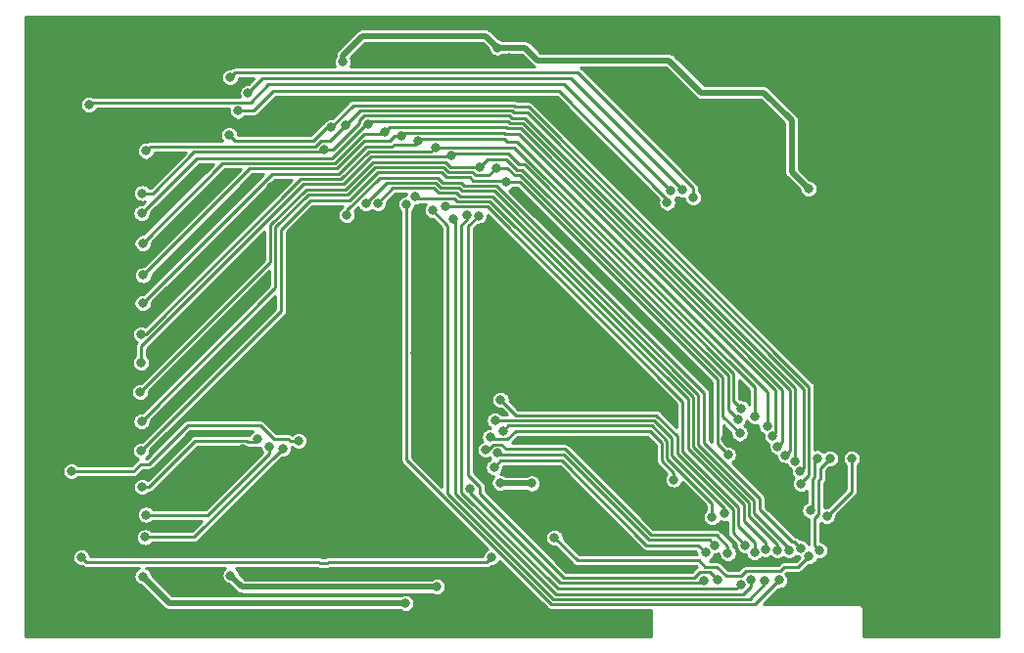
<source format=gbr>
%TF.GenerationSoftware,KiCad,Pcbnew,5.1.6-c6e7f7d~87~ubuntu20.04.1*%
%TF.CreationDate,2020-08-13T14:06:16+02:00*%
%TF.ProjectId,maithoga_lcd_board_480x320_R61529,6d616974-686f-4676-915f-6c63645f626f,V1.0*%
%TF.SameCoordinates,Original*%
%TF.FileFunction,Copper,L2,Bot*%
%TF.FilePolarity,Positive*%
%FSLAX46Y46*%
G04 Gerber Fmt 4.6, Leading zero omitted, Abs format (unit mm)*
G04 Created by KiCad (PCBNEW 5.1.6-c6e7f7d~87~ubuntu20.04.1) date 2020-08-13 14:06:16*
%MOMM*%
%LPD*%
G01*
G04 APERTURE LIST*
%TA.AperFunction,ViaPad*%
%ADD10C,0.800000*%
%TD*%
%TA.AperFunction,Conductor*%
%ADD11C,0.508000*%
%TD*%
%TA.AperFunction,Conductor*%
%ADD12C,0.254000*%
%TD*%
G04 APERTURE END LIST*
D10*
%TO.N,3V3*%
X142980000Y-67255000D03*
X129619866Y-68509970D03*
X145970000Y-105010000D03*
X143225000Y-104950000D03*
X169895000Y-79485000D03*
%TO.N,GND*%
X139335000Y-68140000D03*
X137695000Y-68210000D03*
X135150000Y-68280000D03*
X133670000Y-68250000D03*
X130715000Y-68330000D03*
X127230000Y-68460000D03*
X141707037Y-67209790D03*
X144036496Y-68182814D03*
X141190000Y-68170000D03*
X157172990Y-105604770D03*
X159400016Y-106767887D03*
X108025000Y-115435000D03*
X156720000Y-108723390D03*
X155415000Y-101932010D03*
X172540000Y-99820000D03*
X171040000Y-99705000D03*
X172100000Y-106065000D03*
X154640000Y-97665000D03*
X148235000Y-104295000D03*
X160195000Y-95230000D03*
X164285000Y-97190000D03*
X162755000Y-101170000D03*
X115375000Y-113430000D03*
X135895000Y-93700000D03*
X137000000Y-101560000D03*
X131150000Y-101560000D03*
X121990000Y-91200000D03*
X121095000Y-86270000D03*
X122910000Y-87575000D03*
X122495000Y-93845000D03*
X125260000Y-93645000D03*
X124290000Y-96095000D03*
X121445000Y-96350000D03*
X120275000Y-98855000D03*
X122585000Y-98800000D03*
X120985000Y-102035000D03*
X120065000Y-103745000D03*
X122725000Y-112915000D03*
X121695000Y-111100000D03*
X127945000Y-112760000D03*
X141150000Y-113245000D03*
X155525000Y-106880000D03*
X128920000Y-82500000D03*
X123475000Y-79310000D03*
X121930000Y-78605000D03*
X120100000Y-78095000D03*
X120595000Y-82410000D03*
X134080000Y-80725000D03*
X125920000Y-89340000D03*
X121230000Y-89340000D03*
X158900000Y-70795000D03*
X127970000Y-111170000D03*
X157400000Y-72575000D03*
X121760000Y-74405000D03*
X162710000Y-82187991D03*
X125650000Y-106950000D03*
X132730000Y-106920000D03*
X129500000Y-72240000D03*
%TO.N,/Display and Touchscreen/LCD_LED_A*%
X112315000Y-113065000D03*
X135055000Y-115385000D03*
%TO.N,/Display and Touchscreen/DISP_D5*%
X164935763Y-113352567D03*
X139220000Y-82070000D03*
%TO.N,/Display and Touchscreen/DISP_D7*%
X138547358Y-81043476D03*
X165229312Y-110968949D03*
%TO.N,/Display and Touchscreen/LCD_LED_K*%
X119920000Y-112975000D03*
X137765000Y-113950000D03*
%TO.N,/Display and Touchscreen/DISP_TE*%
X140631356Y-105451572D03*
X160875000Y-113405957D03*
%TO.N,/Display and Touchscreen/DISP_RS*%
X160995000Y-111020000D03*
X142710000Y-103625000D03*
%TO.N,/Display and Touchscreen/DISP_D17*%
X131620225Y-80755225D03*
X168227562Y-110819266D03*
%TO.N,/Display and Touchscreen/DISP_D13*%
X167348391Y-113395118D03*
X135143555Y-80815587D03*
%TO.N,/Display and Touchscreen/DISP_D9*%
X166125000Y-113440000D03*
X137385000Y-81335000D03*
%TO.N,/Display and Touchscreen/DISP_D11*%
X135905952Y-80168459D03*
X166192216Y-110699060D03*
%TO.N,/Display and Touchscreen/DISP_D15*%
X167207924Y-110793741D03*
X132675296Y-80728303D03*
%TO.N,/Display and Touchscreen/DISP_~RESET~*%
X107035000Y-111425000D03*
X147935000Y-109715000D03*
X142490000Y-111425000D03*
X169953929Y-111290755D03*
%TO.N,/Display and Touchscreen/DISP_DOTCLK*%
X169205007Y-110608017D03*
X129978716Y-81770761D03*
%TO.N,/Display and Touchscreen/DISP_D10*%
X112320000Y-89405000D03*
X166332022Y-100033677D03*
X136178959Y-75352893D03*
%TO.N,/Display and Touchscreen/DISP_D16*%
X112230000Y-81620000D03*
X167908288Y-102567239D03*
X131822866Y-73903866D03*
%TO.N,/Display and Touchscreen/DISP_HSYNC*%
X112585000Y-76210000D03*
X169177200Y-103990278D03*
X129864652Y-73972801D03*
%TO.N,/Display and Touchscreen/DISP_D8*%
X112190000Y-92085000D03*
X165264509Y-99218329D03*
X137633979Y-75890765D03*
%TO.N,/Display and Touchscreen/DISP_ENABLE*%
X112285000Y-79870000D03*
X168768178Y-103077740D03*
X127974435Y-76106460D03*
%TO.N,/Display and Touchscreen/DISP_D14*%
X112320000Y-84205000D03*
X167244032Y-101819718D03*
X133221986Y-74608466D03*
%TO.N,/Display and Touchscreen/DISP_VSYNC*%
X169257010Y-105038029D03*
X119805000Y-74815000D03*
X128643823Y-74152936D03*
%TO.N,/Display and Touchscreen/DISP_D12*%
X112375000Y-86975000D03*
X166791043Y-100924500D03*
X134675997Y-74885854D03*
%TO.N,/Display and Touchscreen/DISP_D6*%
X112200000Y-94550000D03*
X164051131Y-98505069D03*
X139048503Y-76635001D03*
%TO.N,/Display and Touchscreen/DISP_D4*%
X112115000Y-97100000D03*
X163788077Y-99469862D03*
X141457010Y-77592400D03*
%TO.N,/Display and Touchscreen/DISP_D2*%
X112220000Y-99640000D03*
X163960000Y-100680000D03*
X142911022Y-77673193D03*
%TO.N,/Display and Touchscreen/DISP_D0*%
X162940000Y-102530000D03*
X112190000Y-102185000D03*
X143789258Y-78903891D03*
%TO.N,/Display and Touchscreen/DISP_SDA*%
X143280000Y-97780000D03*
X112255000Y-105295000D03*
X122287886Y-101162886D03*
X164430000Y-110368013D03*
%TO.N,/Display and Touchscreen/DISP_~WR~*%
X112615000Y-107730000D03*
X162665000Y-107590000D03*
X142786098Y-99537813D03*
X123261462Y-101811018D03*
%TO.N,/Display and Touchscreen/DISP_~CS~*%
X112545000Y-109660000D03*
X161568287Y-107932655D03*
X124434894Y-101989968D03*
X143514079Y-100457010D03*
%TO.N,/Display and Touchscreen/DISP_D1*%
X141363430Y-81821440D03*
X162036066Y-113361527D03*
%TO.N,/Display and Touchscreen/DISP_D3*%
X164037298Y-113791638D03*
X140342825Y-81813896D03*
%TO.N,/Display and Touchscreen/DISP_~RD~*%
X161802600Y-110369744D03*
X143013437Y-102378621D03*
%TO.N,/Display and Touchscreen/DISP_SDO*%
X162932011Y-111077990D03*
X142002189Y-102088841D03*
%TO.N,/Display and Touchscreen/BACKLIGHT_PWM*%
X158255000Y-104685000D03*
X125805000Y-101310000D03*
X106170000Y-103960000D03*
X142366674Y-100988402D03*
%TO.N,Net-(DIS1-Pad44)*%
X171493267Y-107864519D03*
X173630000Y-102860000D03*
%TO.N,Net-(DIS1-Pad42)*%
X170056237Y-107359343D03*
X170676201Y-102830000D03*
%TO.N,Net-(DIS1-Pad43)*%
X171755000Y-102865000D03*
X170839632Y-110803442D03*
%TO.N,/Display and Touchscreen/TOUCHSCREEN_SDA*%
X120570000Y-72740000D03*
X157680000Y-80700000D03*
%TO.N,/Display and Touchscreen/TOUCHSCREEN_INT*%
X121440000Y-71180000D03*
X158992250Y-79571461D03*
%TO.N,/Display and Touchscreen/TOUCHSCREEN_SCL*%
X107670000Y-72190000D03*
X157996991Y-79668842D03*
%TO.N,/Standard Goldpin Connector/TOUCHSCREEN_RESET*%
X119880000Y-69850000D03*
X159919642Y-80252908D03*
%TD*%
D11*
%TO.N,3V3*%
X142980000Y-67255000D02*
X141995001Y-66270001D01*
X131294150Y-66270001D02*
X129619866Y-67944285D01*
X129619866Y-67944285D02*
X129619866Y-68509970D01*
X141995001Y-66270001D02*
X131294150Y-66270001D01*
X162890000Y-71165000D02*
X160645000Y-71165000D01*
X160645000Y-71165000D02*
X157840000Y-68360000D01*
X157840000Y-68360000D02*
X146480000Y-68360000D01*
X145375000Y-67255000D02*
X142980000Y-67255000D01*
X146480000Y-68360000D02*
X145375000Y-67255000D01*
X145970000Y-105010000D02*
X143285000Y-105010000D01*
X143285000Y-105010000D02*
X143225000Y-104950000D01*
X162890000Y-71165000D02*
X166035000Y-71165000D01*
X166035000Y-71165000D02*
X168445000Y-73575000D01*
X168445000Y-73575000D02*
X168445000Y-78035000D01*
X168445000Y-78035000D02*
X169895000Y-79485000D01*
D12*
%TO.N,GND*%
X157172990Y-108270400D02*
X156720000Y-108723390D01*
X159400016Y-106767887D02*
X157444513Y-108723390D01*
X157172990Y-105604770D02*
X157172990Y-108270400D01*
X157444513Y-108723390D02*
X156720000Y-108723390D01*
D11*
%TO.N,/Display and Touchscreen/LCD_LED_A*%
X114635000Y-115385000D02*
X112315000Y-113065000D01*
X135055000Y-115385000D02*
X114635000Y-115385000D01*
D12*
%TO.N,/Display and Touchscreen/DISP_D5*%
X139340000Y-82190000D02*
X139220000Y-82070000D01*
X139340000Y-105878246D02*
X139340000Y-82190000D01*
X148048732Y-114586978D02*
X139340000Y-105878246D01*
X164282150Y-114586978D02*
X148048732Y-114586978D01*
X164935763Y-113933365D02*
X164282150Y-114586978D01*
X164935763Y-113352567D02*
X164935763Y-113933365D01*
%TO.N,/Display and Touchscreen/DISP_D7*%
X163846012Y-108723063D02*
X165229312Y-110106363D01*
X159016040Y-102223010D02*
X163846012Y-107052982D01*
X138547358Y-81043476D02*
X142156413Y-81043476D01*
X163846012Y-107052982D02*
X163846012Y-108723063D01*
X165229312Y-110106363D02*
X165229312Y-110968949D01*
X142156413Y-81043476D02*
X159016040Y-97903103D01*
X159016040Y-97903103D02*
X159016040Y-102223010D01*
D11*
%TO.N,/Display and Touchscreen/LCD_LED_K*%
X119920000Y-112975000D02*
X120895000Y-113950000D01*
X120895000Y-113950000D02*
X137765000Y-113950000D01*
D12*
%TO.N,/Display and Touchscreen/DISP_TE*%
X160681946Y-113599011D02*
X160875000Y-113405957D01*
X148424011Y-113599011D02*
X160681946Y-113599011D01*
X140631356Y-105806356D02*
X148424011Y-113599011D01*
X140631356Y-105451572D02*
X140631356Y-105806356D01*
%TO.N,/Display and Touchscreen/DISP_RS*%
X160333422Y-110358422D02*
X155903422Y-110358422D01*
X160995000Y-111020000D02*
X160333422Y-110358422D01*
X148600000Y-103055000D02*
X143280000Y-103055000D01*
X143280000Y-103055000D02*
X142710000Y-103625000D01*
X155903422Y-110358422D02*
X148600000Y-103055000D01*
%TO.N,/Display and Touchscreen/DISP_D17*%
X160378073Y-97338932D02*
X160378073Y-101658839D01*
X131620225Y-80755225D02*
X133388012Y-78987438D01*
X139942576Y-79681432D02*
X142720573Y-79681432D01*
X133388012Y-78987438D02*
X137671153Y-78987438D01*
X142720573Y-79681432D02*
X160378073Y-97338932D01*
X139669588Y-79408444D02*
X139942576Y-79681432D01*
X138092159Y-79408444D02*
X139669588Y-79408444D01*
X168227562Y-110649290D02*
X168227562Y-110819266D01*
X165208043Y-107629771D02*
X168227562Y-110649290D01*
X165208043Y-106488809D02*
X165208043Y-107629771D01*
X137671153Y-78987438D02*
X138092159Y-79408444D01*
X160378073Y-101658839D02*
X165208043Y-106488809D01*
%TO.N,/Display and Touchscreen/DISP_D13*%
X135143555Y-102965937D02*
X135143555Y-80815587D01*
X167348391Y-113395118D02*
X165248509Y-115495000D01*
X165248509Y-115495000D02*
X147672618Y-115495000D01*
X147672618Y-115495000D02*
X135143555Y-102965937D01*
%TO.N,/Display and Touchscreen/DISP_D9*%
X138715000Y-82665000D02*
X137385000Y-81335000D01*
X138715000Y-105895314D02*
X138715000Y-82665000D01*
X147860675Y-115040989D02*
X138715000Y-105895314D01*
X164799011Y-115040989D02*
X147860675Y-115040989D01*
X166125000Y-113715000D02*
X164799011Y-115040989D01*
X166125000Y-113440000D02*
X166125000Y-113715000D01*
%TO.N,/Display and Touchscreen/DISP_D11*%
X136053959Y-80316466D02*
X139293474Y-80316466D01*
X139293474Y-80316466D02*
X139566462Y-80589454D01*
X139566462Y-80589454D02*
X142344459Y-80589454D01*
X159470050Y-97715045D02*
X159470051Y-102034953D01*
X142344459Y-80589454D02*
X159470050Y-97715045D01*
X164300022Y-108241181D02*
X166192216Y-110133375D01*
X166192216Y-110133375D02*
X166192216Y-110699060D01*
X164300022Y-106864924D02*
X164300022Y-108241181D01*
X135905952Y-80168459D02*
X136053959Y-80316466D01*
X159470051Y-102034953D02*
X164300022Y-106864924D01*
%TO.N,/Display and Touchscreen/DISP_D15*%
X159924062Y-97526989D02*
X142532516Y-80135443D01*
X142532516Y-80135443D02*
X139754519Y-80135443D01*
X167207924Y-110271720D02*
X164754032Y-107817828D01*
X137483092Y-79441449D02*
X133962150Y-79441449D01*
X139481531Y-79862455D02*
X137904098Y-79862455D01*
X139754519Y-80135443D02*
X139481531Y-79862455D01*
X159924062Y-101846896D02*
X159924062Y-97526989D01*
X164754032Y-106676866D02*
X159924062Y-101846896D01*
X164754032Y-107817828D02*
X164754032Y-106676866D01*
X167207924Y-110793741D02*
X167207924Y-110271720D01*
X137904098Y-79862455D02*
X137483092Y-79441449D01*
X133962150Y-79441449D02*
X132675296Y-80728303D01*
%TO.N,/Display and Touchscreen/DISP_~RESET~*%
X142080000Y-111835000D02*
X142490000Y-111425000D01*
X107035000Y-111425000D02*
X107445000Y-111835000D01*
X128318961Y-111897001D02*
X128380962Y-111835000D01*
X128380962Y-111835000D02*
X142080000Y-111835000D01*
X127621039Y-111897001D02*
X128318961Y-111897001D01*
X107445000Y-111835000D02*
X127559038Y-111835000D01*
X127559038Y-111835000D02*
X127621039Y-111897001D01*
X160939944Y-112224944D02*
X160400000Y-111685000D01*
X162770000Y-113025000D02*
X161969944Y-112224944D01*
X164050000Y-113025000D02*
X162770000Y-113025000D01*
X149905000Y-111685000D02*
X147935000Y-109715000D01*
X161969944Y-112224944D02*
X160939944Y-112224944D01*
X167485000Y-112580000D02*
X164495000Y-112580000D01*
X164495000Y-112580000D02*
X164050000Y-113025000D01*
X167840056Y-112224944D02*
X167485000Y-112580000D01*
X169019740Y-112224944D02*
X167840056Y-112224944D01*
X160400000Y-111685000D02*
X149905000Y-111685000D01*
X169953929Y-111290755D02*
X169019740Y-112224944D01*
%TO.N,/Display and Touchscreen/DISP_DOTCLK*%
X140130635Y-79227423D02*
X139857645Y-78954433D01*
X142908632Y-79227423D02*
X140130635Y-79227423D01*
X137859210Y-78533427D02*
X132813874Y-78533427D01*
X138280216Y-78954433D02*
X137859210Y-78533427D01*
X129978716Y-81368585D02*
X129978716Y-81770761D01*
X168688809Y-110091819D02*
X168485757Y-110091819D01*
X165662054Y-107268116D02*
X165662054Y-106300752D01*
X165662054Y-106300752D02*
X160832084Y-101470782D01*
X160832084Y-101470782D02*
X160832084Y-97150875D01*
X168485757Y-110091819D02*
X165662054Y-107268116D01*
X132813874Y-78533427D02*
X129978716Y-81368585D01*
X160832084Y-97150875D02*
X142908632Y-79227423D01*
X169205007Y-110608017D02*
X168688809Y-110091819D01*
X139857645Y-78954433D02*
X138280216Y-78954433D01*
%TO.N,/Display and Touchscreen/DISP_D10*%
X134052538Y-75673039D02*
X135858813Y-75673039D01*
X129299407Y-78195486D02*
X131685530Y-75809363D01*
X133916212Y-75809363D02*
X134052538Y-75673039D01*
X123529514Y-78195486D02*
X129299407Y-78195486D01*
X131685530Y-75809363D02*
X133916212Y-75809363D01*
X112320000Y-89405000D02*
X123529514Y-78195486D01*
X135858813Y-75673039D02*
X136178959Y-75352893D01*
X144653595Y-75438071D02*
X143823595Y-75438071D01*
X143549288Y-75163764D02*
X136368088Y-75163764D01*
X166332022Y-97116498D02*
X144653595Y-75438071D01*
X136368088Y-75163764D02*
X136178959Y-75352893D01*
X143823595Y-75438071D02*
X143549288Y-75163764D01*
X166332022Y-100033677D02*
X166332022Y-97116498D01*
%TO.N,/Display and Touchscreen/DISP_D16*%
X128710674Y-76833462D02*
X131640270Y-73903866D01*
X112230000Y-81620000D02*
X117016538Y-76833462D01*
X131640270Y-73903866D02*
X131822866Y-73903866D01*
X117016538Y-76833462D02*
X128710674Y-76833462D01*
X143912772Y-73681044D02*
X132045688Y-73681044D01*
X143987769Y-73756041D02*
X143912772Y-73681044D01*
X168308287Y-102167240D02*
X168308287Y-96921743D01*
X145202587Y-73816043D02*
X144067770Y-73816042D01*
X168308287Y-96921743D02*
X145202587Y-73816043D01*
X144007770Y-73756042D02*
X143987769Y-73756041D01*
X167908288Y-102567239D02*
X168308287Y-102167240D01*
X144067770Y-73816042D02*
X144007770Y-73756042D01*
X132045688Y-73681044D02*
X131822866Y-73903866D01*
%TO.N,/Display and Touchscreen/DISP_HSYNC*%
X128528050Y-75309403D02*
X129864652Y-73972801D01*
X112585000Y-76210000D02*
X112984999Y-75810001D01*
X127242746Y-75810001D02*
X127743344Y-75309403D01*
X127743344Y-75309403D02*
X128528050Y-75309403D01*
X112984999Y-75810001D02*
X127242746Y-75810001D01*
X145578702Y-72908022D02*
X144423886Y-72908022D01*
X131114599Y-72722854D02*
X129864652Y-73972801D01*
X169495180Y-103672298D02*
X169495180Y-96824500D01*
X169177200Y-103990278D02*
X169495180Y-103672298D01*
X144423886Y-72908022D02*
X144238718Y-72722854D01*
X169495180Y-96824500D02*
X145578702Y-72908022D01*
X144238718Y-72722854D02*
X131114599Y-72722854D01*
%TO.N,/Display and Touchscreen/DISP_D8*%
X137261370Y-76263374D02*
X137633979Y-75890765D01*
X131873587Y-76263374D02*
X137261370Y-76263374D01*
X126010504Y-78649496D02*
X129487465Y-78649496D01*
X129487465Y-78649496D02*
X131873587Y-76263374D01*
X112575000Y-92085000D02*
X126010504Y-78649496D01*
X112190000Y-92085000D02*
X112575000Y-92085000D01*
X165264509Y-99218329D02*
X165264509Y-96691053D01*
X165264509Y-96691053D02*
X144465538Y-75892082D01*
X144465538Y-75892082D02*
X137635296Y-75892082D01*
X137635296Y-75892082D02*
X137633979Y-75890765D01*
%TO.N,/Display and Touchscreen/DISP_ENABLE*%
X127771492Y-76309403D02*
X127974435Y-76106460D01*
X116765597Y-76309403D02*
X127771492Y-76309403D01*
X113205000Y-79870000D02*
X116765597Y-76309403D01*
X112285000Y-79870000D02*
X113205000Y-79870000D01*
X144235829Y-73362033D02*
X144050661Y-73176865D01*
X128784038Y-76106460D02*
X127974435Y-76106460D01*
X131095864Y-73794634D02*
X128784038Y-76106460D01*
X131095864Y-73554904D02*
X131095864Y-73794634D01*
X168768178Y-103077740D02*
X168768178Y-96739566D01*
X144050661Y-73176865D02*
X131473903Y-73176865D01*
X131473903Y-73176865D02*
X131095864Y-73554904D01*
X168768178Y-96739566D02*
X145390645Y-73362033D01*
X145390645Y-73362033D02*
X144235829Y-73362033D01*
%TO.N,/Display and Touchscreen/DISP_D14*%
X133058529Y-74771923D02*
X133221986Y-74608466D01*
X131438834Y-74771923D02*
X133058529Y-74771923D01*
X128923293Y-77287464D02*
X131438834Y-74771923D01*
X112320000Y-84205000D02*
X119237536Y-77287464D01*
X119237536Y-77287464D02*
X128923293Y-77287464D01*
X145014528Y-74270052D02*
X143879710Y-74270052D01*
X143768510Y-74158852D02*
X133671600Y-74158852D01*
X167244032Y-101819718D02*
X167644031Y-101419719D01*
X133671600Y-74158852D02*
X133221986Y-74608466D01*
X167644031Y-96899555D02*
X145014528Y-74270052D01*
X143879710Y-74270052D02*
X143768510Y-74158852D01*
X167644031Y-101419719D02*
X167644031Y-96899555D01*
%TO.N,/Display and Touchscreen/DISP_VSYNC*%
X128257743Y-74152936D02*
X128643823Y-74152936D01*
X120325989Y-75335989D02*
X127074690Y-75335989D01*
X127074690Y-75335989D02*
X128257743Y-74152936D01*
X119805000Y-74815000D02*
X120325989Y-75335989D01*
X169949190Y-96636442D02*
X145706759Y-72394011D01*
X144426775Y-72268843D02*
X130527916Y-72268843D01*
X169949191Y-104286125D02*
X169949190Y-96636442D01*
X145706759Y-72394011D02*
X144551943Y-72394011D01*
X169257010Y-104978306D02*
X169949191Y-104286125D01*
X144551943Y-72394011D02*
X144426775Y-72268843D01*
X169257010Y-105038029D02*
X169257010Y-104978306D01*
X130527916Y-72268843D02*
X128643823Y-74152936D01*
%TO.N,/Display and Touchscreen/DISP_D12*%
X121608525Y-77741475D02*
X129111350Y-77741475D01*
X133660690Y-75335476D02*
X134110312Y-74885854D01*
X134110312Y-74885854D02*
X134675997Y-74885854D01*
X131517349Y-75335476D02*
X133660690Y-75335476D01*
X129111350Y-77741475D02*
X131517349Y-75335476D01*
X112375000Y-86975000D02*
X121608525Y-77741475D01*
X143681157Y-74724062D02*
X143582986Y-74625891D01*
X167059032Y-100656511D02*
X167059032Y-96956624D01*
X166791043Y-100924500D02*
X167059032Y-100656511D01*
X167059032Y-96956624D02*
X144826470Y-74724062D01*
X143582986Y-74625891D02*
X134935960Y-74625891D01*
X144826470Y-74724062D02*
X143681157Y-74724062D01*
X134935960Y-74625891D02*
X134675997Y-74885854D01*
%TO.N,/Display and Touchscreen/DISP_D6*%
X112200000Y-94550000D02*
X112200000Y-93158796D01*
X126255288Y-79103508D02*
X129675523Y-79103506D01*
X129675523Y-79103506D02*
X132061644Y-76717385D01*
X112200000Y-93158796D02*
X126255288Y-79103508D01*
X138966119Y-76717385D02*
X139048503Y-76635001D01*
X132061644Y-76717385D02*
X138966119Y-76717385D01*
X163412031Y-97865969D02*
X163412031Y-95480643D01*
X143912376Y-76440988D02*
X139242516Y-76440988D01*
X144867479Y-77396091D02*
X143912376Y-76440988D01*
X164051131Y-98505069D02*
X163412031Y-97865969D01*
X145327480Y-77396092D02*
X144867479Y-77396091D01*
X163412031Y-95480643D02*
X145327480Y-77396092D01*
X139242516Y-76440988D02*
X139048503Y-76635001D01*
%TO.N,/Display and Touchscreen/DISP_D4*%
X112115000Y-97100000D02*
X123363959Y-85851041D01*
X126443345Y-79557519D02*
X129863578Y-79557519D01*
X138928356Y-77592400D02*
X141457010Y-77592400D01*
X123363960Y-82636904D02*
X126443345Y-79557519D01*
X132249703Y-77171394D02*
X138507350Y-77171394D01*
X129863578Y-79557519D02*
X132249703Y-77171394D01*
X123363959Y-85851041D02*
X123363960Y-82636904D01*
X138507350Y-77171394D02*
X138928356Y-77592400D01*
X145139422Y-77850102D02*
X144679421Y-77850101D01*
X144679421Y-77850101D02*
X143769423Y-76940103D01*
X163788077Y-99469862D02*
X162958020Y-98639805D01*
X142109307Y-76940103D02*
X141457010Y-77592400D01*
X143769423Y-76940103D02*
X142109307Y-76940103D01*
X162958020Y-95668700D02*
X145139422Y-77850102D01*
X162958020Y-98639805D02*
X162958020Y-95668700D01*
%TO.N,/Display and Touchscreen/DISP_D2*%
X126631402Y-80011530D02*
X130051636Y-80011529D01*
X140833820Y-78046411D02*
X141106811Y-78319402D01*
X123817970Y-82824962D02*
X126631402Y-80011530D01*
X138740299Y-78046411D02*
X140833820Y-78046411D01*
X141106811Y-78319402D02*
X142264813Y-78319402D01*
X112220000Y-99640000D02*
X123817969Y-88042031D01*
X132437760Y-77625405D02*
X138319293Y-77625405D01*
X138319293Y-77625405D02*
X138740299Y-78046411D01*
X130051636Y-80011529D02*
X132437760Y-77625405D01*
X123817969Y-88042031D02*
X123817970Y-82824962D01*
X142264813Y-78319402D02*
X142911022Y-77673193D01*
X162504009Y-95856757D02*
X144951364Y-78304112D01*
X144491363Y-78304111D02*
X143860445Y-77673193D01*
X144951364Y-78304112D02*
X144491363Y-78304111D01*
X163960000Y-100680000D02*
X162504009Y-99224009D01*
X162504009Y-99224009D02*
X162504009Y-95856757D01*
X143860445Y-77673193D02*
X142911022Y-77673193D01*
%TO.N,/Display and Touchscreen/DISP_D0*%
X140645150Y-78500422D02*
X140918140Y-78773412D01*
X140918140Y-78773412D02*
X143658779Y-78773412D01*
X138131236Y-78079416D02*
X138552242Y-78500422D01*
X124271979Y-90103021D02*
X124271980Y-83013020D01*
X143658779Y-78773412D02*
X143789258Y-78903891D01*
X112190000Y-102185000D02*
X124271979Y-90103021D01*
X130239694Y-80465539D02*
X132625817Y-78079416D01*
X124271980Y-83013020D02*
X126819459Y-80465541D01*
X126819459Y-80465541D02*
X130239694Y-80465539D01*
X132625817Y-78079416D02*
X138131236Y-78079416D01*
X138552242Y-78500422D02*
X140645150Y-78500422D01*
X162940000Y-102530000D02*
X162027999Y-101617999D01*
X162027999Y-101617999D02*
X162027999Y-96022815D01*
X144909075Y-78903891D02*
X143789258Y-78903891D01*
X162027999Y-96022815D02*
X144909075Y-78903891D01*
%TO.N,/Display and Touchscreen/DISP_SDA*%
X163392001Y-109330014D02*
X164430000Y-110368013D01*
X156736204Y-99100000D02*
X158562031Y-100925827D01*
X158562031Y-100925827D02*
X158562031Y-102411069D01*
X158562031Y-102411069D02*
X163392001Y-107241039D01*
X163392001Y-107241039D02*
X163392001Y-109330014D01*
X144600000Y-99100000D02*
X156736204Y-99100000D01*
X143280000Y-97780000D02*
X144600000Y-99100000D01*
X122045772Y-101405000D02*
X122287886Y-101162886D01*
X121430962Y-101405000D02*
X122045772Y-101405000D01*
X121333961Y-101307999D02*
X121430962Y-101405000D01*
X116872001Y-101307999D02*
X121333961Y-101307999D01*
X112885000Y-105295000D02*
X116872001Y-101307999D01*
X112255000Y-105295000D02*
X112885000Y-105295000D01*
%TO.N,/Display and Touchscreen/DISP_~WR~*%
X162665000Y-107185864D02*
X158108022Y-102628886D01*
X162665000Y-107590000D02*
X162665000Y-107185864D01*
X158108022Y-102628886D02*
X158108022Y-101113886D01*
X158108022Y-101113886D02*
X156556114Y-99561978D01*
X156556114Y-99561978D02*
X142810263Y-99561978D01*
X142810263Y-99561978D02*
X142786098Y-99537813D01*
X123261462Y-102423538D02*
X123261462Y-101811018D01*
X117955000Y-107730000D02*
X123261462Y-102423538D01*
X112615000Y-107730000D02*
X117955000Y-107730000D01*
%TO.N,/Display and Touchscreen/DISP_~CS~*%
X112545000Y-109660000D02*
X116764862Y-109660000D01*
X116764862Y-109660000D02*
X124434894Y-101989968D01*
X156368057Y-100015989D02*
X157654011Y-101301943D01*
X143514079Y-100457010D02*
X143955100Y-100015989D01*
X157654011Y-101301943D02*
X157654011Y-102816943D01*
X157654011Y-102816943D02*
X161568287Y-106731219D01*
X161568287Y-106731219D02*
X161568287Y-107932655D01*
X143955100Y-100015989D02*
X156368057Y-100015989D01*
%TO.N,/Display and Touchscreen/DISP_D1*%
X160020000Y-113145000D02*
X160486045Y-112678955D01*
X148745000Y-113145000D02*
X160020000Y-113145000D01*
X141363430Y-81821440D02*
X140485000Y-82699870D01*
X161353494Y-112678955D02*
X162036066Y-113361527D01*
X141488966Y-105888966D02*
X148745000Y-113145000D01*
X141488966Y-105281034D02*
X141488966Y-105888966D01*
X140485000Y-104277068D02*
X141488966Y-105281034D01*
X160486045Y-112678955D02*
X161353494Y-112678955D01*
X140485000Y-82699870D02*
X140485000Y-104277068D01*
%TO.N,/Display and Touchscreen/DISP_D3*%
X163695969Y-114132967D02*
X148236789Y-114132967D01*
X164037298Y-113791638D02*
X163695969Y-114132967D01*
X140342825Y-82199977D02*
X140342825Y-81813896D01*
X139904354Y-82638448D02*
X140342825Y-82199977D01*
X139904354Y-105800532D02*
X139904354Y-82638448D01*
X148236789Y-114132967D02*
X139904354Y-105800532D01*
%TO.N,/Display and Touchscreen/DISP_~RD~*%
X143189816Y-102555000D02*
X143013437Y-102378621D01*
X148742068Y-102555000D02*
X143189816Y-102555000D01*
X156091479Y-109904411D02*
X148742068Y-102555000D01*
X161337267Y-109904411D02*
X156091479Y-109904411D01*
X161802600Y-110369744D02*
X161337267Y-109904411D01*
%TO.N,/Display and Touchscreen/DISP_SDO*%
X143362398Y-101651620D02*
X142664476Y-101651620D01*
X143725778Y-102015000D02*
X143362398Y-101651620D01*
X148844136Y-102015000D02*
X143725778Y-102015000D01*
X142227255Y-102088841D02*
X142002189Y-102088841D01*
X142664476Y-101651620D02*
X142227255Y-102088841D01*
X156279536Y-109450400D02*
X148844136Y-102015000D01*
X161941775Y-109450400D02*
X156279536Y-109450400D01*
X162932011Y-110440636D02*
X161941775Y-109450400D01*
X162932011Y-111077990D02*
X162932011Y-110440636D01*
%TO.N,/Display and Touchscreen/BACKLIGHT_PWM*%
X111525000Y-103960000D02*
X106170000Y-103960000D01*
X116205000Y-100010000D02*
X112865000Y-103350000D01*
X122505000Y-100010000D02*
X116205000Y-100010000D01*
X112135000Y-103350000D02*
X111525000Y-103960000D01*
X123690000Y-101195000D02*
X122505000Y-100010000D01*
X112865000Y-103350000D02*
X112135000Y-103350000D01*
X124930000Y-101195000D02*
X123690000Y-101195000D01*
X125045000Y-101310000D02*
X124930000Y-101195000D01*
X125805000Y-101310000D02*
X125045000Y-101310000D01*
X156765000Y-101055000D02*
X156180000Y-100470000D01*
X156180000Y-100470000D02*
X144577051Y-100470000D01*
X156765000Y-101075000D02*
X156765000Y-101055000D01*
X157200000Y-101510000D02*
X156765000Y-101075000D01*
X142562283Y-101184011D02*
X142366674Y-100988402D01*
X143863040Y-101184011D02*
X142562283Y-101184011D01*
X144577051Y-100470000D02*
X143863040Y-101184011D01*
X158255000Y-104090000D02*
X157200000Y-103035000D01*
X157200000Y-103035000D02*
X157200000Y-101510000D01*
X158255000Y-104685000D02*
X158255000Y-104090000D01*
%TO.N,Net-(DIS1-Pad44)*%
X171493267Y-107864519D02*
X173630000Y-105727786D01*
X173630000Y-105727786D02*
X173630000Y-102860000D01*
%TO.N,Net-(DIS1-Pad42)*%
X170403202Y-103102999D02*
X170676201Y-102830000D01*
X170403202Y-104474182D02*
X170403202Y-103102999D01*
X170255000Y-104622384D02*
X170403202Y-104474182D01*
X170255000Y-107160580D02*
X170255000Y-104622384D01*
X170056237Y-107359343D02*
X170255000Y-107160580D01*
%TO.N,Net-(DIS1-Pad43)*%
X170439633Y-108051909D02*
X170439633Y-110403443D01*
X170783238Y-107708304D02*
X170439633Y-108051909D01*
X170920000Y-104596027D02*
X170783238Y-104732789D01*
X170783238Y-104732789D02*
X170783238Y-107708304D01*
X170920000Y-103700000D02*
X170920000Y-104596027D01*
X170439633Y-110403443D02*
X170839632Y-110803442D01*
X171755000Y-102865000D02*
X170920000Y-103700000D01*
%TO.N,/Display and Touchscreen/TOUCHSCREEN_SDA*%
X157680000Y-80380000D02*
X157680000Y-80700000D01*
X148330000Y-71030000D02*
X157680000Y-80380000D01*
X123630000Y-71030000D02*
X148330000Y-71030000D01*
X121920000Y-72740000D02*
X123630000Y-71030000D01*
X120570000Y-72740000D02*
X121920000Y-72740000D01*
%TO.N,/Display and Touchscreen/TOUCHSCREEN_INT*%
X149362767Y-69941978D02*
X158992250Y-79571461D01*
X121440000Y-71180000D02*
X122678022Y-69941978D01*
X122678022Y-69941978D02*
X149362767Y-69941978D01*
%TO.N,/Display and Touchscreen/TOUCHSCREEN_SCL*%
X148788149Y-70460000D02*
X157996991Y-79668842D01*
X123210000Y-70460000D02*
X148788149Y-70460000D01*
X121657002Y-72012998D02*
X123210000Y-70460000D01*
X107847002Y-72012998D02*
X121657002Y-72012998D01*
X107670000Y-72190000D02*
X107847002Y-72012998D01*
%TO.N,/Standard Goldpin Connector/TOUCHSCREEN_RESET*%
X159919642Y-79422891D02*
X159919642Y-80252908D01*
X149946752Y-69450001D02*
X159919642Y-79422891D01*
X120279999Y-69450001D02*
X149946752Y-69450001D01*
X119880000Y-69850000D02*
X120279999Y-69450001D01*
%TD*%
%TO.N,GND*%
G36*
X186309001Y-118229000D02*
G01*
X174671000Y-118229000D01*
X174671000Y-115931168D01*
X174673085Y-115910000D01*
X174664763Y-115825509D01*
X174640118Y-115744266D01*
X174600097Y-115669391D01*
X174546237Y-115603763D01*
X174480609Y-115549903D01*
X174405734Y-115509882D01*
X174324491Y-115485237D01*
X174261168Y-115479000D01*
X174240000Y-115476915D01*
X174218832Y-115479000D01*
X165982929Y-115479000D01*
X167285811Y-114176118D01*
X167425313Y-114176118D01*
X167576200Y-114146105D01*
X167718333Y-114087231D01*
X167846250Y-114001760D01*
X167955033Y-113892977D01*
X168040504Y-113765060D01*
X168099378Y-113622927D01*
X168129391Y-113472040D01*
X168129391Y-113318196D01*
X168099378Y-113167309D01*
X168040504Y-113025176D01*
X167955033Y-112897259D01*
X167920597Y-112862823D01*
X168050477Y-112732944D01*
X168994796Y-112732944D01*
X169019740Y-112735401D01*
X169044684Y-112732944D01*
X169044687Y-112732944D01*
X169119325Y-112725593D01*
X169215083Y-112696545D01*
X169303335Y-112649373D01*
X169380688Y-112585892D01*
X169396595Y-112566509D01*
X169891349Y-112071755D01*
X170030851Y-112071755D01*
X170181738Y-112041742D01*
X170323871Y-111982868D01*
X170451788Y-111897397D01*
X170560571Y-111788614D01*
X170646042Y-111660697D01*
X170684105Y-111568807D01*
X170762710Y-111584442D01*
X170916554Y-111584442D01*
X171067441Y-111554429D01*
X171209574Y-111495555D01*
X171337491Y-111410084D01*
X171446274Y-111301301D01*
X171531745Y-111173384D01*
X171590619Y-111031251D01*
X171620632Y-110880364D01*
X171620632Y-110726520D01*
X171590619Y-110575633D01*
X171531745Y-110433500D01*
X171446274Y-110305583D01*
X171337491Y-110196800D01*
X171209574Y-110111329D01*
X171067441Y-110052455D01*
X170947633Y-110028624D01*
X170947633Y-108423386D01*
X170995408Y-108471161D01*
X171123325Y-108556632D01*
X171265458Y-108615506D01*
X171416345Y-108645519D01*
X171570189Y-108645519D01*
X171721076Y-108615506D01*
X171863209Y-108556632D01*
X171991126Y-108471161D01*
X172099909Y-108362378D01*
X172185380Y-108234461D01*
X172244254Y-108092328D01*
X172274267Y-107941441D01*
X172274267Y-107801939D01*
X173971565Y-106104641D01*
X173990948Y-106088734D01*
X174054429Y-106011381D01*
X174101601Y-105923129D01*
X174130649Y-105827371D01*
X174138000Y-105752733D01*
X174138000Y-105752730D01*
X174140457Y-105727786D01*
X174138000Y-105702842D01*
X174138000Y-103456501D01*
X174236642Y-103357859D01*
X174322113Y-103229942D01*
X174380987Y-103087809D01*
X174411000Y-102936922D01*
X174411000Y-102783078D01*
X174380987Y-102632191D01*
X174322113Y-102490058D01*
X174236642Y-102362141D01*
X174127859Y-102253358D01*
X173999942Y-102167887D01*
X173857809Y-102109013D01*
X173706922Y-102079000D01*
X173553078Y-102079000D01*
X173402191Y-102109013D01*
X173260058Y-102167887D01*
X173132141Y-102253358D01*
X173023358Y-102362141D01*
X172937887Y-102490058D01*
X172879013Y-102632191D01*
X172849000Y-102783078D01*
X172849000Y-102936922D01*
X172879013Y-103087809D01*
X172937887Y-103229942D01*
X173023358Y-103357859D01*
X173122001Y-103456502D01*
X173122000Y-105517366D01*
X171555847Y-107083519D01*
X171416345Y-107083519D01*
X171291238Y-107108404D01*
X171291238Y-104944436D01*
X171344429Y-104879622D01*
X171391601Y-104791370D01*
X171420649Y-104695612D01*
X171428000Y-104620974D01*
X171428000Y-104620971D01*
X171430457Y-104596027D01*
X171428000Y-104571083D01*
X171428000Y-103910420D01*
X171692420Y-103646000D01*
X171831922Y-103646000D01*
X171982809Y-103615987D01*
X172124942Y-103557113D01*
X172252859Y-103471642D01*
X172361642Y-103362859D01*
X172447113Y-103234942D01*
X172505987Y-103092809D01*
X172536000Y-102941922D01*
X172536000Y-102788078D01*
X172505987Y-102637191D01*
X172447113Y-102495058D01*
X172361642Y-102367141D01*
X172252859Y-102258358D01*
X172124942Y-102172887D01*
X171982809Y-102114013D01*
X171831922Y-102084000D01*
X171678078Y-102084000D01*
X171527191Y-102114013D01*
X171385058Y-102172887D01*
X171257141Y-102258358D01*
X171233101Y-102282399D01*
X171174060Y-102223358D01*
X171046143Y-102137887D01*
X170904010Y-102079013D01*
X170753123Y-102049000D01*
X170599279Y-102049000D01*
X170457190Y-102077263D01*
X170457189Y-96661396D01*
X170459647Y-96636442D01*
X170449838Y-96536857D01*
X170420790Y-96441098D01*
X170373619Y-96352847D01*
X170326040Y-96294872D01*
X170326039Y-96294871D01*
X170310137Y-96275494D01*
X170290760Y-96259592D01*
X146083614Y-72052446D01*
X146067707Y-72033063D01*
X145990354Y-71969582D01*
X145902102Y-71922410D01*
X145806344Y-71893362D01*
X145731706Y-71886011D01*
X145731703Y-71886011D01*
X145706759Y-71883554D01*
X145681815Y-71886011D01*
X144761057Y-71886011D01*
X144710370Y-71844414D01*
X144622118Y-71797242D01*
X144526360Y-71768194D01*
X144451722Y-71760843D01*
X144451719Y-71760843D01*
X144426775Y-71758386D01*
X144401831Y-71760843D01*
X130552860Y-71760843D01*
X130527916Y-71758386D01*
X130502972Y-71760843D01*
X130502969Y-71760843D01*
X130428331Y-71768194D01*
X130332573Y-71797242D01*
X130244321Y-71844414D01*
X130166968Y-71907895D01*
X130151061Y-71927278D01*
X128706403Y-73371936D01*
X128566901Y-73371936D01*
X128416014Y-73401949D01*
X128273881Y-73460823D01*
X128145964Y-73546294D01*
X128037181Y-73655077D01*
X127995878Y-73716892D01*
X127974148Y-73728507D01*
X127896795Y-73791988D01*
X127880888Y-73811371D01*
X126864270Y-74827989D01*
X120586000Y-74827989D01*
X120586000Y-74738078D01*
X120555987Y-74587191D01*
X120497113Y-74445058D01*
X120411642Y-74317141D01*
X120302859Y-74208358D01*
X120174942Y-74122887D01*
X120032809Y-74064013D01*
X119881922Y-74034000D01*
X119728078Y-74034000D01*
X119577191Y-74064013D01*
X119435058Y-74122887D01*
X119307141Y-74208358D01*
X119198358Y-74317141D01*
X119112887Y-74445058D01*
X119054013Y-74587191D01*
X119024000Y-74738078D01*
X119024000Y-74891922D01*
X119054013Y-75042809D01*
X119112887Y-75184942D01*
X119191103Y-75302001D01*
X113009942Y-75302001D01*
X112984998Y-75299544D01*
X112960054Y-75302001D01*
X112960052Y-75302001D01*
X112885414Y-75309352D01*
X112789656Y-75338400D01*
X112762542Y-75352893D01*
X112701403Y-75385572D01*
X112658865Y-75420482D01*
X112648486Y-75429000D01*
X112508078Y-75429000D01*
X112357191Y-75459013D01*
X112215058Y-75517887D01*
X112087141Y-75603358D01*
X111978358Y-75712141D01*
X111892887Y-75840058D01*
X111834013Y-75982191D01*
X111804000Y-76133078D01*
X111804000Y-76286922D01*
X111834013Y-76437809D01*
X111892887Y-76579942D01*
X111978358Y-76707859D01*
X112087141Y-76816642D01*
X112215058Y-76902113D01*
X112357191Y-76960987D01*
X112508078Y-76991000D01*
X112661922Y-76991000D01*
X112812809Y-76960987D01*
X112954942Y-76902113D01*
X113082859Y-76816642D01*
X113191642Y-76707859D01*
X113277113Y-76579942D01*
X113335987Y-76437809D01*
X113359818Y-76318001D01*
X116038579Y-76318001D01*
X112994580Y-79362000D01*
X112881501Y-79362000D01*
X112782859Y-79263358D01*
X112654942Y-79177887D01*
X112512809Y-79119013D01*
X112361922Y-79089000D01*
X112208078Y-79089000D01*
X112057191Y-79119013D01*
X111915058Y-79177887D01*
X111787141Y-79263358D01*
X111678358Y-79372141D01*
X111592887Y-79500058D01*
X111534013Y-79642191D01*
X111504000Y-79793078D01*
X111504000Y-79946922D01*
X111534013Y-80097809D01*
X111592887Y-80239942D01*
X111678358Y-80367859D01*
X111787141Y-80476642D01*
X111915058Y-80562113D01*
X112057191Y-80620987D01*
X112208078Y-80651000D01*
X112361922Y-80651000D01*
X112510043Y-80621537D01*
X112292580Y-80839000D01*
X112153078Y-80839000D01*
X112002191Y-80869013D01*
X111860058Y-80927887D01*
X111732141Y-81013358D01*
X111623358Y-81122141D01*
X111537887Y-81250058D01*
X111479013Y-81392191D01*
X111449000Y-81543078D01*
X111449000Y-81696922D01*
X111479013Y-81847809D01*
X111537887Y-81989942D01*
X111623358Y-82117859D01*
X111732141Y-82226642D01*
X111860058Y-82312113D01*
X112002191Y-82370987D01*
X112153078Y-82401000D01*
X112306922Y-82401000D01*
X112457809Y-82370987D01*
X112599942Y-82312113D01*
X112727859Y-82226642D01*
X112836642Y-82117859D01*
X112922113Y-81989942D01*
X112980987Y-81847809D01*
X113011000Y-81696922D01*
X113011000Y-81557420D01*
X117226959Y-77341462D01*
X118465117Y-77341462D01*
X112382580Y-83424000D01*
X112243078Y-83424000D01*
X112092191Y-83454013D01*
X111950058Y-83512887D01*
X111822141Y-83598358D01*
X111713358Y-83707141D01*
X111627887Y-83835058D01*
X111569013Y-83977191D01*
X111539000Y-84128078D01*
X111539000Y-84281922D01*
X111569013Y-84432809D01*
X111627887Y-84574942D01*
X111713358Y-84702859D01*
X111822141Y-84811642D01*
X111950058Y-84897113D01*
X112092191Y-84955987D01*
X112243078Y-84986000D01*
X112396922Y-84986000D01*
X112547809Y-84955987D01*
X112689942Y-84897113D01*
X112817859Y-84811642D01*
X112926642Y-84702859D01*
X113012113Y-84574942D01*
X113070987Y-84432809D01*
X113101000Y-84281922D01*
X113101000Y-84142420D01*
X119447957Y-77795464D01*
X120836115Y-77795464D01*
X112437580Y-86194000D01*
X112298078Y-86194000D01*
X112147191Y-86224013D01*
X112005058Y-86282887D01*
X111877141Y-86368358D01*
X111768358Y-86477141D01*
X111682887Y-86605058D01*
X111624013Y-86747191D01*
X111594000Y-86898078D01*
X111594000Y-87051922D01*
X111624013Y-87202809D01*
X111682887Y-87344942D01*
X111768358Y-87472859D01*
X111877141Y-87581642D01*
X112005058Y-87667113D01*
X112147191Y-87725987D01*
X112298078Y-87756000D01*
X112451922Y-87756000D01*
X112602809Y-87725987D01*
X112744942Y-87667113D01*
X112872859Y-87581642D01*
X112981642Y-87472859D01*
X113067113Y-87344942D01*
X113125987Y-87202809D01*
X113156000Y-87051922D01*
X113156000Y-86912420D01*
X121818946Y-78249475D01*
X122757105Y-78249475D01*
X112382580Y-88624000D01*
X112243078Y-88624000D01*
X112092191Y-88654013D01*
X111950058Y-88712887D01*
X111822141Y-88798358D01*
X111713358Y-88907141D01*
X111627887Y-89035058D01*
X111569013Y-89177191D01*
X111539000Y-89328078D01*
X111539000Y-89481922D01*
X111569013Y-89632809D01*
X111627887Y-89774942D01*
X111713358Y-89902859D01*
X111822141Y-90011642D01*
X111950058Y-90097113D01*
X112092191Y-90155987D01*
X112243078Y-90186000D01*
X112396922Y-90186000D01*
X112547809Y-90155987D01*
X112689942Y-90097113D01*
X112817859Y-90011642D01*
X112926642Y-89902859D01*
X113012113Y-89774942D01*
X113070987Y-89632809D01*
X113101000Y-89481922D01*
X113101000Y-89342420D01*
X123739934Y-78703486D01*
X125238093Y-78703486D01*
X112551988Y-91389592D01*
X112417809Y-91334013D01*
X112266922Y-91304000D01*
X112113078Y-91304000D01*
X111962191Y-91334013D01*
X111820058Y-91392887D01*
X111692141Y-91478358D01*
X111583358Y-91587141D01*
X111497887Y-91715058D01*
X111439013Y-91857191D01*
X111409000Y-92008078D01*
X111409000Y-92161922D01*
X111439013Y-92312809D01*
X111497887Y-92454942D01*
X111583358Y-92582859D01*
X111692141Y-92691642D01*
X111820058Y-92777113D01*
X111849473Y-92789297D01*
X111839053Y-92797848D01*
X111823151Y-92817225D01*
X111823150Y-92817226D01*
X111775571Y-92875201D01*
X111728400Y-92963453D01*
X111699352Y-93059212D01*
X111689543Y-93158796D01*
X111692001Y-93183750D01*
X111692000Y-93953499D01*
X111593358Y-94052141D01*
X111507887Y-94180058D01*
X111449013Y-94322191D01*
X111419000Y-94473078D01*
X111419000Y-94626922D01*
X111449013Y-94777809D01*
X111507887Y-94919942D01*
X111593358Y-95047859D01*
X111702141Y-95156642D01*
X111830058Y-95242113D01*
X111972191Y-95300987D01*
X112123078Y-95331000D01*
X112276922Y-95331000D01*
X112427809Y-95300987D01*
X112569942Y-95242113D01*
X112697859Y-95156642D01*
X112806642Y-95047859D01*
X112892113Y-94919942D01*
X112950987Y-94777809D01*
X112981000Y-94626922D01*
X112981000Y-94473078D01*
X112950987Y-94322191D01*
X112892113Y-94180058D01*
X112806642Y-94052141D01*
X112708000Y-93953499D01*
X112708000Y-93369216D01*
X122855961Y-83221255D01*
X122855959Y-85640620D01*
X112177580Y-96319000D01*
X112038078Y-96319000D01*
X111887191Y-96349013D01*
X111745058Y-96407887D01*
X111617141Y-96493358D01*
X111508358Y-96602141D01*
X111422887Y-96730058D01*
X111364013Y-96872191D01*
X111334000Y-97023078D01*
X111334000Y-97176922D01*
X111364013Y-97327809D01*
X111422887Y-97469942D01*
X111508358Y-97597859D01*
X111617141Y-97706642D01*
X111745058Y-97792113D01*
X111887191Y-97850987D01*
X112038078Y-97881000D01*
X112191922Y-97881000D01*
X112342809Y-97850987D01*
X112484942Y-97792113D01*
X112612859Y-97706642D01*
X112721642Y-97597859D01*
X112807113Y-97469942D01*
X112865987Y-97327809D01*
X112896000Y-97176922D01*
X112896000Y-97037420D01*
X123309970Y-86623451D01*
X123309969Y-87831610D01*
X112282580Y-98859000D01*
X112143078Y-98859000D01*
X111992191Y-98889013D01*
X111850058Y-98947887D01*
X111722141Y-99033358D01*
X111613358Y-99142141D01*
X111527887Y-99270058D01*
X111469013Y-99412191D01*
X111439000Y-99563078D01*
X111439000Y-99716922D01*
X111469013Y-99867809D01*
X111527887Y-100009942D01*
X111613358Y-100137859D01*
X111722141Y-100246642D01*
X111850058Y-100332113D01*
X111992191Y-100390987D01*
X112143078Y-100421000D01*
X112296922Y-100421000D01*
X112447809Y-100390987D01*
X112589942Y-100332113D01*
X112717859Y-100246642D01*
X112826642Y-100137859D01*
X112912113Y-100009942D01*
X112970987Y-99867809D01*
X113001000Y-99716922D01*
X113001000Y-99577420D01*
X123763979Y-88814442D01*
X123763979Y-89892601D01*
X112252580Y-101404000D01*
X112113078Y-101404000D01*
X111962191Y-101434013D01*
X111820058Y-101492887D01*
X111692141Y-101578358D01*
X111583358Y-101687141D01*
X111497887Y-101815058D01*
X111439013Y-101957191D01*
X111409000Y-102108078D01*
X111409000Y-102261922D01*
X111439013Y-102412809D01*
X111497887Y-102554942D01*
X111583358Y-102682859D01*
X111692141Y-102791642D01*
X111820058Y-102877113D01*
X111888795Y-102905585D01*
X111851404Y-102925571D01*
X111802218Y-102965937D01*
X111774052Y-102989052D01*
X111758149Y-103008430D01*
X111314580Y-103452000D01*
X106766501Y-103452000D01*
X106667859Y-103353358D01*
X106539942Y-103267887D01*
X106397809Y-103209013D01*
X106246922Y-103179000D01*
X106093078Y-103179000D01*
X105942191Y-103209013D01*
X105800058Y-103267887D01*
X105672141Y-103353358D01*
X105563358Y-103462141D01*
X105477887Y-103590058D01*
X105419013Y-103732191D01*
X105389000Y-103883078D01*
X105389000Y-104036922D01*
X105419013Y-104187809D01*
X105477887Y-104329942D01*
X105563358Y-104457859D01*
X105672141Y-104566642D01*
X105800058Y-104652113D01*
X105942191Y-104710987D01*
X106093078Y-104741000D01*
X106246922Y-104741000D01*
X106397809Y-104710987D01*
X106539942Y-104652113D01*
X106667859Y-104566642D01*
X106766501Y-104468000D01*
X111500056Y-104468000D01*
X111525000Y-104470457D01*
X111549944Y-104468000D01*
X111549947Y-104468000D01*
X111624585Y-104460649D01*
X111720343Y-104431601D01*
X111808595Y-104384429D01*
X111885948Y-104320948D01*
X111901855Y-104301565D01*
X112345421Y-103858000D01*
X112840056Y-103858000D01*
X112865000Y-103860457D01*
X112889944Y-103858000D01*
X112889947Y-103858000D01*
X112964585Y-103850649D01*
X113060343Y-103821601D01*
X113148595Y-103774429D01*
X113225948Y-103710948D01*
X113241855Y-103691565D01*
X116415421Y-100518000D01*
X121847263Y-100518000D01*
X121790027Y-100556244D01*
X121681244Y-100665027D01*
X121595773Y-100792944D01*
X121568987Y-100857609D01*
X121529304Y-100836398D01*
X121433546Y-100807350D01*
X121358908Y-100799999D01*
X121358905Y-100799999D01*
X121333961Y-100797542D01*
X121309017Y-100799999D01*
X116896945Y-100799999D01*
X116872001Y-100797542D01*
X116847057Y-100799999D01*
X116847054Y-100799999D01*
X116772416Y-100807350D01*
X116676658Y-100836398D01*
X116588406Y-100883570D01*
X116511053Y-100947051D01*
X116495146Y-100966434D01*
X112763041Y-104698540D01*
X112752859Y-104688358D01*
X112624942Y-104602887D01*
X112482809Y-104544013D01*
X112331922Y-104514000D01*
X112178078Y-104514000D01*
X112027191Y-104544013D01*
X111885058Y-104602887D01*
X111757141Y-104688358D01*
X111648358Y-104797141D01*
X111562887Y-104925058D01*
X111504013Y-105067191D01*
X111474000Y-105218078D01*
X111474000Y-105371922D01*
X111504013Y-105522809D01*
X111562887Y-105664942D01*
X111648358Y-105792859D01*
X111757141Y-105901642D01*
X111885058Y-105987113D01*
X112027191Y-106045987D01*
X112178078Y-106076000D01*
X112331922Y-106076000D01*
X112482809Y-106045987D01*
X112624942Y-105987113D01*
X112752859Y-105901642D01*
X112851501Y-105803000D01*
X112860056Y-105803000D01*
X112885000Y-105805457D01*
X112909944Y-105803000D01*
X112909947Y-105803000D01*
X112984585Y-105795649D01*
X113080343Y-105766601D01*
X113168595Y-105719429D01*
X113245948Y-105655948D01*
X113261855Y-105636565D01*
X117082421Y-101815999D01*
X121131002Y-101815999D01*
X121147367Y-101829429D01*
X121235619Y-101876601D01*
X121331377Y-101905649D01*
X121406015Y-101913000D01*
X121406017Y-101913000D01*
X121430961Y-101915457D01*
X121455905Y-101913000D01*
X122020828Y-101913000D01*
X122045772Y-101915457D01*
X122060665Y-101913990D01*
X122210964Y-101943886D01*
X122364808Y-101943886D01*
X122486765Y-101919627D01*
X122510475Y-102038827D01*
X122569349Y-102180960D01*
X122654820Y-102308877D01*
X122656262Y-102310319D01*
X117744580Y-107222000D01*
X113211501Y-107222000D01*
X113112859Y-107123358D01*
X112984942Y-107037887D01*
X112842809Y-106979013D01*
X112691922Y-106949000D01*
X112538078Y-106949000D01*
X112387191Y-106979013D01*
X112245058Y-107037887D01*
X112117141Y-107123358D01*
X112008358Y-107232141D01*
X111922887Y-107360058D01*
X111864013Y-107502191D01*
X111834000Y-107653078D01*
X111834000Y-107806922D01*
X111864013Y-107957809D01*
X111922887Y-108099942D01*
X112008358Y-108227859D01*
X112117141Y-108336642D01*
X112245058Y-108422113D01*
X112387191Y-108480987D01*
X112538078Y-108511000D01*
X112691922Y-108511000D01*
X112842809Y-108480987D01*
X112984942Y-108422113D01*
X113112859Y-108336642D01*
X113211501Y-108238000D01*
X117468442Y-108238000D01*
X116554442Y-109152000D01*
X113141501Y-109152000D01*
X113042859Y-109053358D01*
X112914942Y-108967887D01*
X112772809Y-108909013D01*
X112621922Y-108879000D01*
X112468078Y-108879000D01*
X112317191Y-108909013D01*
X112175058Y-108967887D01*
X112047141Y-109053358D01*
X111938358Y-109162141D01*
X111852887Y-109290058D01*
X111794013Y-109432191D01*
X111764000Y-109583078D01*
X111764000Y-109736922D01*
X111794013Y-109887809D01*
X111852887Y-110029942D01*
X111938358Y-110157859D01*
X112047141Y-110266642D01*
X112175058Y-110352113D01*
X112317191Y-110410987D01*
X112468078Y-110441000D01*
X112621922Y-110441000D01*
X112772809Y-110410987D01*
X112914942Y-110352113D01*
X113042859Y-110266642D01*
X113141501Y-110168000D01*
X116739918Y-110168000D01*
X116764862Y-110170457D01*
X116789806Y-110168000D01*
X116789809Y-110168000D01*
X116864447Y-110160649D01*
X116960205Y-110131601D01*
X117048457Y-110084429D01*
X117125810Y-110020948D01*
X117141717Y-110001565D01*
X124372315Y-102770968D01*
X124511816Y-102770968D01*
X124662703Y-102740955D01*
X124804836Y-102682081D01*
X124932753Y-102596610D01*
X125041536Y-102487827D01*
X125127007Y-102359910D01*
X125185881Y-102217777D01*
X125215894Y-102066890D01*
X125215894Y-101913046D01*
X125196988Y-101818000D01*
X125208499Y-101818000D01*
X125307141Y-101916642D01*
X125435058Y-102002113D01*
X125577191Y-102060987D01*
X125728078Y-102091000D01*
X125881922Y-102091000D01*
X126032809Y-102060987D01*
X126174942Y-102002113D01*
X126302859Y-101916642D01*
X126411642Y-101807859D01*
X126497113Y-101679942D01*
X126555987Y-101537809D01*
X126586000Y-101386922D01*
X126586000Y-101233078D01*
X126555987Y-101082191D01*
X126497113Y-100940058D01*
X126411642Y-100812141D01*
X126302859Y-100703358D01*
X126174942Y-100617887D01*
X126032809Y-100559013D01*
X125881922Y-100529000D01*
X125728078Y-100529000D01*
X125577191Y-100559013D01*
X125435058Y-100617887D01*
X125307141Y-100703358D01*
X125228058Y-100782441D01*
X125213595Y-100770571D01*
X125125343Y-100723399D01*
X125029585Y-100694351D01*
X124954947Y-100687000D01*
X124954944Y-100687000D01*
X124930000Y-100684543D01*
X124905056Y-100687000D01*
X123900421Y-100687000D01*
X122881855Y-99668435D01*
X122865948Y-99649052D01*
X122788595Y-99585571D01*
X122700343Y-99538399D01*
X122604585Y-99509351D01*
X122529947Y-99502000D01*
X122529944Y-99502000D01*
X122505000Y-99499543D01*
X122480056Y-99502000D01*
X116229943Y-99502000D01*
X116204999Y-99499543D01*
X116180055Y-99502000D01*
X116180053Y-99502000D01*
X116105415Y-99509351D01*
X116009657Y-99538399D01*
X116009655Y-99538400D01*
X115921404Y-99585571D01*
X115885868Y-99614735D01*
X115844052Y-99649052D01*
X115828150Y-99668429D01*
X112654580Y-102842000D01*
X112612493Y-102842000D01*
X112687859Y-102791642D01*
X112796642Y-102682859D01*
X112882113Y-102554942D01*
X112940987Y-102412809D01*
X112971000Y-102261922D01*
X112971000Y-102122420D01*
X124613549Y-90479871D01*
X124632926Y-90463969D01*
X124648829Y-90444591D01*
X124696408Y-90386616D01*
X124743579Y-90298365D01*
X124772627Y-90202606D01*
X124782436Y-90103021D01*
X124779978Y-90078067D01*
X124779980Y-83223440D01*
X127029880Y-80973541D01*
X129655342Y-80973539D01*
X129637151Y-80991730D01*
X129617768Y-81007637D01*
X129554287Y-81084990D01*
X129529289Y-81131758D01*
X129480857Y-81164119D01*
X129372074Y-81272902D01*
X129286603Y-81400819D01*
X129227729Y-81542952D01*
X129197716Y-81693839D01*
X129197716Y-81847683D01*
X129227729Y-81998570D01*
X129286603Y-82140703D01*
X129372074Y-82268620D01*
X129480857Y-82377403D01*
X129608774Y-82462874D01*
X129750907Y-82521748D01*
X129901794Y-82551761D01*
X130055638Y-82551761D01*
X130206525Y-82521748D01*
X130348658Y-82462874D01*
X130476575Y-82377403D01*
X130585358Y-82268620D01*
X130670829Y-82140703D01*
X130729703Y-81998570D01*
X130759716Y-81847683D01*
X130759716Y-81693839D01*
X130729703Y-81542952D01*
X130670829Y-81400819D01*
X130668455Y-81397266D01*
X130933096Y-81132625D01*
X131013583Y-81253084D01*
X131122366Y-81361867D01*
X131250283Y-81447338D01*
X131392416Y-81506212D01*
X131543303Y-81536225D01*
X131697147Y-81536225D01*
X131848034Y-81506212D01*
X131990167Y-81447338D01*
X132118084Y-81361867D01*
X132161222Y-81318730D01*
X132177437Y-81334945D01*
X132305354Y-81420416D01*
X132447487Y-81479290D01*
X132598374Y-81509303D01*
X132752218Y-81509303D01*
X132903105Y-81479290D01*
X133045238Y-81420416D01*
X133173155Y-81334945D01*
X133281938Y-81226162D01*
X133367409Y-81098245D01*
X133426283Y-80956112D01*
X133456296Y-80805225D01*
X133456296Y-80665723D01*
X134172571Y-79949449D01*
X135153215Y-79949449D01*
X135136280Y-80034587D01*
X135066633Y-80034587D01*
X134915746Y-80064600D01*
X134773613Y-80123474D01*
X134645696Y-80208945D01*
X134536913Y-80317728D01*
X134451442Y-80445645D01*
X134392568Y-80587778D01*
X134362555Y-80738665D01*
X134362555Y-80892509D01*
X134392568Y-81043396D01*
X134451442Y-81185529D01*
X134536913Y-81313446D01*
X134635556Y-81412089D01*
X134635555Y-102940993D01*
X134633098Y-102965937D01*
X134635555Y-102990881D01*
X134635555Y-102990883D01*
X134642906Y-103065521D01*
X134671954Y-103161279D01*
X134719126Y-103249532D01*
X134782607Y-103326885D01*
X134801990Y-103342792D01*
X142170989Y-110711791D01*
X142120058Y-110732887D01*
X141992141Y-110818358D01*
X141883358Y-110927141D01*
X141797887Y-111055058D01*
X141739013Y-111197191D01*
X141713193Y-111327000D01*
X128405906Y-111327000D01*
X128380962Y-111324543D01*
X128356018Y-111327000D01*
X128356015Y-111327000D01*
X128281377Y-111334351D01*
X128185619Y-111363399D01*
X128137721Y-111389001D01*
X127802279Y-111389001D01*
X127754381Y-111363399D01*
X127658623Y-111334351D01*
X127583985Y-111327000D01*
X127583982Y-111327000D01*
X127559038Y-111324543D01*
X127534094Y-111327000D01*
X107811807Y-111327000D01*
X107785987Y-111197191D01*
X107727113Y-111055058D01*
X107641642Y-110927141D01*
X107532859Y-110818358D01*
X107404942Y-110732887D01*
X107262809Y-110674013D01*
X107111922Y-110644000D01*
X106958078Y-110644000D01*
X106807191Y-110674013D01*
X106665058Y-110732887D01*
X106537141Y-110818358D01*
X106428358Y-110927141D01*
X106342887Y-111055058D01*
X106284013Y-111197191D01*
X106254000Y-111348078D01*
X106254000Y-111501922D01*
X106284013Y-111652809D01*
X106342887Y-111794942D01*
X106428358Y-111922859D01*
X106537141Y-112031642D01*
X106665058Y-112117113D01*
X106807191Y-112175987D01*
X106958078Y-112206000D01*
X107096301Y-112206000D01*
X107161405Y-112259429D01*
X107249657Y-112306601D01*
X107345415Y-112335649D01*
X107420053Y-112343000D01*
X107420056Y-112343000D01*
X107445000Y-112345457D01*
X107469944Y-112343000D01*
X112017211Y-112343000D01*
X111945058Y-112372887D01*
X111817141Y-112458358D01*
X111708358Y-112567141D01*
X111622887Y-112695058D01*
X111564013Y-112837191D01*
X111534000Y-112988078D01*
X111534000Y-113141922D01*
X111564013Y-113292809D01*
X111622887Y-113434942D01*
X111708358Y-113562859D01*
X111817141Y-113671642D01*
X111945058Y-113757113D01*
X112087191Y-113815987D01*
X112188018Y-113836043D01*
X114163934Y-115811960D01*
X114183815Y-115836185D01*
X114208039Y-115856065D01*
X114208042Y-115856068D01*
X114280505Y-115915537D01*
X114318931Y-115936076D01*
X114390820Y-115974502D01*
X114510518Y-116010812D01*
X114603808Y-116020000D01*
X114603818Y-116020000D01*
X114634999Y-116023071D01*
X114666180Y-116020000D01*
X134599582Y-116020000D01*
X134685058Y-116077113D01*
X134827191Y-116135987D01*
X134978078Y-116166000D01*
X135131922Y-116166000D01*
X135282809Y-116135987D01*
X135424942Y-116077113D01*
X135552859Y-115991642D01*
X135661642Y-115882859D01*
X135747113Y-115754942D01*
X135805987Y-115612809D01*
X135836000Y-115461922D01*
X135836000Y-115308078D01*
X135805987Y-115157191D01*
X135747113Y-115015058D01*
X135661642Y-114887141D01*
X135552859Y-114778358D01*
X135424942Y-114692887D01*
X135282809Y-114634013D01*
X135131922Y-114604000D01*
X134978078Y-114604000D01*
X134827191Y-114634013D01*
X134685058Y-114692887D01*
X134599582Y-114750000D01*
X114898026Y-114750000D01*
X113086043Y-112938018D01*
X113065987Y-112837191D01*
X113007113Y-112695058D01*
X112921642Y-112567141D01*
X112812859Y-112458358D01*
X112684942Y-112372887D01*
X112612789Y-112343000D01*
X119460092Y-112343000D01*
X119422141Y-112368358D01*
X119313358Y-112477141D01*
X119227887Y-112605058D01*
X119169013Y-112747191D01*
X119139000Y-112898078D01*
X119139000Y-113051922D01*
X119169013Y-113202809D01*
X119227887Y-113344942D01*
X119313358Y-113472859D01*
X119422141Y-113581642D01*
X119550058Y-113667113D01*
X119692191Y-113725987D01*
X119793018Y-113746043D01*
X120423930Y-114376955D01*
X120443815Y-114401185D01*
X120468043Y-114421068D01*
X120540505Y-114480537D01*
X120595284Y-114509817D01*
X120650820Y-114539502D01*
X120770518Y-114575812D01*
X120863808Y-114585000D01*
X120863818Y-114585000D01*
X120894999Y-114588071D01*
X120926180Y-114585000D01*
X137309582Y-114585000D01*
X137395058Y-114642113D01*
X137537191Y-114700987D01*
X137688078Y-114731000D01*
X137841922Y-114731000D01*
X137992809Y-114700987D01*
X138134942Y-114642113D01*
X138262859Y-114556642D01*
X138371642Y-114447859D01*
X138457113Y-114319942D01*
X138515987Y-114177809D01*
X138546000Y-114026922D01*
X138546000Y-113873078D01*
X138515987Y-113722191D01*
X138457113Y-113580058D01*
X138371642Y-113452141D01*
X138262859Y-113343358D01*
X138134942Y-113257887D01*
X137992809Y-113199013D01*
X137841922Y-113169000D01*
X137688078Y-113169000D01*
X137537191Y-113199013D01*
X137395058Y-113257887D01*
X137309582Y-113315000D01*
X121158025Y-113315000D01*
X120691043Y-112848018D01*
X120670987Y-112747191D01*
X120612113Y-112605058D01*
X120526642Y-112477141D01*
X120417859Y-112368358D01*
X120379908Y-112343000D01*
X127377798Y-112343000D01*
X127425696Y-112368602D01*
X127521454Y-112397650D01*
X127596092Y-112405001D01*
X127596095Y-112405001D01*
X127621039Y-112407458D01*
X127645983Y-112405001D01*
X128294017Y-112405001D01*
X128318961Y-112407458D01*
X128343905Y-112405001D01*
X128343908Y-112405001D01*
X128418546Y-112397650D01*
X128514304Y-112368602D01*
X128562202Y-112343000D01*
X142055056Y-112343000D01*
X142080000Y-112345457D01*
X142104944Y-112343000D01*
X142104947Y-112343000D01*
X142179585Y-112335649D01*
X142275343Y-112306601D01*
X142363595Y-112259429D01*
X142428699Y-112206000D01*
X142566922Y-112206000D01*
X142717809Y-112175987D01*
X142859942Y-112117113D01*
X142987859Y-112031642D01*
X143096642Y-111922859D01*
X143182113Y-111794942D01*
X143203209Y-111744011D01*
X147295763Y-115836565D01*
X147311670Y-115855948D01*
X147389023Y-115919429D01*
X147477275Y-115966601D01*
X147573033Y-115995649D01*
X147647671Y-116003000D01*
X147647674Y-116003000D01*
X147672618Y-116005457D01*
X147697562Y-116003000D01*
X156309000Y-116003000D01*
X156309001Y-118229000D01*
X102221000Y-118229000D01*
X102221000Y-72113078D01*
X106889000Y-72113078D01*
X106889000Y-72266922D01*
X106919013Y-72417809D01*
X106977887Y-72559942D01*
X107063358Y-72687859D01*
X107172141Y-72796642D01*
X107300058Y-72882113D01*
X107442191Y-72940987D01*
X107593078Y-72971000D01*
X107746922Y-72971000D01*
X107897809Y-72940987D01*
X108039942Y-72882113D01*
X108167859Y-72796642D01*
X108276642Y-72687859D01*
X108362113Y-72559942D01*
X108378244Y-72520998D01*
X119817261Y-72520998D01*
X119789000Y-72663078D01*
X119789000Y-72816922D01*
X119819013Y-72967809D01*
X119877887Y-73109942D01*
X119963358Y-73237859D01*
X120072141Y-73346642D01*
X120200058Y-73432113D01*
X120342191Y-73490987D01*
X120493078Y-73521000D01*
X120646922Y-73521000D01*
X120797809Y-73490987D01*
X120939942Y-73432113D01*
X121067859Y-73346642D01*
X121166501Y-73248000D01*
X121895056Y-73248000D01*
X121920000Y-73250457D01*
X121944944Y-73248000D01*
X121944947Y-73248000D01*
X122019585Y-73240649D01*
X122115343Y-73211601D01*
X122203595Y-73164429D01*
X122280948Y-73100948D01*
X122296855Y-73081565D01*
X123840421Y-71538000D01*
X148119580Y-71538000D01*
X156965554Y-80383974D01*
X156929013Y-80472191D01*
X156899000Y-80623078D01*
X156899000Y-80776922D01*
X156929013Y-80927809D01*
X156987887Y-81069942D01*
X157073358Y-81197859D01*
X157182141Y-81306642D01*
X157310058Y-81392113D01*
X157452191Y-81450987D01*
X157603078Y-81481000D01*
X157756922Y-81481000D01*
X157907809Y-81450987D01*
X158049942Y-81392113D01*
X158177859Y-81306642D01*
X158286642Y-81197859D01*
X158372113Y-81069942D01*
X158430987Y-80927809D01*
X158461000Y-80776922D01*
X158461000Y-80623078D01*
X158430987Y-80472191D01*
X158381014Y-80351546D01*
X158494850Y-80275484D01*
X158553042Y-80217292D01*
X158622308Y-80263574D01*
X158764441Y-80322448D01*
X158915328Y-80352461D01*
X159069172Y-80352461D01*
X159140328Y-80338307D01*
X159168655Y-80480717D01*
X159227529Y-80622850D01*
X159313000Y-80750767D01*
X159421783Y-80859550D01*
X159549700Y-80945021D01*
X159691833Y-81003895D01*
X159842720Y-81033908D01*
X159996564Y-81033908D01*
X160147451Y-81003895D01*
X160289584Y-80945021D01*
X160417501Y-80859550D01*
X160526284Y-80750767D01*
X160611755Y-80622850D01*
X160670629Y-80480717D01*
X160700642Y-80329830D01*
X160700642Y-80175986D01*
X160670629Y-80025099D01*
X160611755Y-79882966D01*
X160526284Y-79755049D01*
X160427642Y-79656407D01*
X160427642Y-79447834D01*
X160430099Y-79422890D01*
X160426944Y-79390855D01*
X160420291Y-79323306D01*
X160391243Y-79227548D01*
X160381773Y-79209831D01*
X160344071Y-79139295D01*
X160296492Y-79081320D01*
X160280590Y-79061943D01*
X160261213Y-79046041D01*
X150323607Y-69108436D01*
X150307700Y-69089053D01*
X150230347Y-69025572D01*
X150173151Y-68995000D01*
X157576976Y-68995000D01*
X160173930Y-71591955D01*
X160193815Y-71616185D01*
X160290506Y-71695537D01*
X160400820Y-71754502D01*
X160520518Y-71790812D01*
X160613808Y-71800000D01*
X160613818Y-71800000D01*
X160644999Y-71803071D01*
X160676180Y-71800000D01*
X165771976Y-71800000D01*
X167810000Y-73838026D01*
X167810001Y-78003809D01*
X167806929Y-78035000D01*
X167810001Y-78066191D01*
X167810001Y-78066192D01*
X167817219Y-78139474D01*
X167819189Y-78159481D01*
X167855498Y-78279179D01*
X167914463Y-78389493D01*
X167929125Y-78407359D01*
X167993816Y-78486185D01*
X168018046Y-78506070D01*
X169123958Y-79611983D01*
X169144013Y-79712809D01*
X169202887Y-79854942D01*
X169288358Y-79982859D01*
X169397141Y-80091642D01*
X169525058Y-80177113D01*
X169667191Y-80235987D01*
X169818078Y-80266000D01*
X169971922Y-80266000D01*
X170122809Y-80235987D01*
X170264942Y-80177113D01*
X170392859Y-80091642D01*
X170501642Y-79982859D01*
X170587113Y-79854942D01*
X170645987Y-79712809D01*
X170676000Y-79561922D01*
X170676000Y-79408078D01*
X170645987Y-79257191D01*
X170587113Y-79115058D01*
X170501642Y-78987141D01*
X170392859Y-78878358D01*
X170264942Y-78792887D01*
X170122809Y-78734013D01*
X170021983Y-78713958D01*
X169080000Y-77771976D01*
X169080000Y-73606189D01*
X169083072Y-73575000D01*
X169079912Y-73542918D01*
X169070812Y-73450518D01*
X169034502Y-73330820D01*
X169020270Y-73304194D01*
X168975538Y-73220506D01*
X168916069Y-73148043D01*
X168916065Y-73148039D01*
X168896185Y-73123815D01*
X168871962Y-73103936D01*
X166506074Y-70738050D01*
X166486185Y-70713815D01*
X166389494Y-70634463D01*
X166279180Y-70575498D01*
X166159482Y-70539188D01*
X166066192Y-70530000D01*
X166066181Y-70530000D01*
X166035000Y-70526929D01*
X166003819Y-70530000D01*
X160908025Y-70530000D01*
X158311074Y-67933050D01*
X158291185Y-67908815D01*
X158194494Y-67829463D01*
X158084180Y-67770498D01*
X157964482Y-67734188D01*
X157871192Y-67725000D01*
X157871181Y-67725000D01*
X157840000Y-67721929D01*
X157808819Y-67725000D01*
X146743025Y-67725000D01*
X145846074Y-66828050D01*
X145826185Y-66803815D01*
X145729494Y-66724463D01*
X145619180Y-66665498D01*
X145499482Y-66629188D01*
X145406192Y-66620000D01*
X145406181Y-66620000D01*
X145375000Y-66616929D01*
X145343819Y-66620000D01*
X143435418Y-66620000D01*
X143349942Y-66562887D01*
X143207809Y-66504013D01*
X143106982Y-66483957D01*
X142466075Y-65843051D01*
X142446186Y-65818816D01*
X142349495Y-65739464D01*
X142239181Y-65680499D01*
X142119483Y-65644189D01*
X142026193Y-65635001D01*
X142026182Y-65635001D01*
X141995001Y-65631930D01*
X141963820Y-65635001D01*
X131325330Y-65635001D01*
X131294149Y-65631930D01*
X131262968Y-65635001D01*
X131262958Y-65635001D01*
X131169668Y-65644189D01*
X131049970Y-65680499D01*
X130939656Y-65739464D01*
X130842965Y-65818816D01*
X130823080Y-65843046D01*
X129192916Y-67473211D01*
X129168681Y-67493100D01*
X129089329Y-67589792D01*
X129030364Y-67700106D01*
X128994054Y-67819804D01*
X128984866Y-67913094D01*
X128984866Y-67913104D01*
X128981795Y-67944285D01*
X128984866Y-67975466D01*
X128984866Y-68054552D01*
X128927753Y-68140028D01*
X128868879Y-68282161D01*
X128838866Y-68433048D01*
X128838866Y-68586892D01*
X128868879Y-68737779D01*
X128927753Y-68879912D01*
X128969239Y-68942001D01*
X120304942Y-68942001D01*
X120279998Y-68939544D01*
X120255054Y-68942001D01*
X120255052Y-68942001D01*
X120180414Y-68949352D01*
X120084656Y-68978400D01*
X120053600Y-68995000D01*
X119996403Y-69025572D01*
X119978205Y-69040507D01*
X119943486Y-69069000D01*
X119803078Y-69069000D01*
X119652191Y-69099013D01*
X119510058Y-69157887D01*
X119382141Y-69243358D01*
X119273358Y-69352141D01*
X119187887Y-69480058D01*
X119129013Y-69622191D01*
X119099000Y-69773078D01*
X119099000Y-69926922D01*
X119129013Y-70077809D01*
X119187887Y-70219942D01*
X119273358Y-70347859D01*
X119382141Y-70456642D01*
X119510058Y-70542113D01*
X119652191Y-70600987D01*
X119803078Y-70631000D01*
X119956922Y-70631000D01*
X120107809Y-70600987D01*
X120249942Y-70542113D01*
X120377859Y-70456642D01*
X120486642Y-70347859D01*
X120572113Y-70219942D01*
X120630987Y-70077809D01*
X120654818Y-69958001D01*
X121943579Y-69958001D01*
X121502580Y-70399000D01*
X121363078Y-70399000D01*
X121212191Y-70429013D01*
X121070058Y-70487887D01*
X120942141Y-70573358D01*
X120833358Y-70682141D01*
X120747887Y-70810058D01*
X120689013Y-70952191D01*
X120659000Y-71103078D01*
X120659000Y-71256922D01*
X120689013Y-71407809D01*
X120729270Y-71504998D01*
X108050584Y-71504998D01*
X108039942Y-71497887D01*
X107897809Y-71439013D01*
X107746922Y-71409000D01*
X107593078Y-71409000D01*
X107442191Y-71439013D01*
X107300058Y-71497887D01*
X107172141Y-71583358D01*
X107063358Y-71692141D01*
X106977887Y-71820058D01*
X106919013Y-71962191D01*
X106889000Y-72113078D01*
X102221000Y-72113078D01*
X102221000Y-64591000D01*
X186309000Y-64591000D01*
X186309001Y-118229000D01*
G37*
X186309001Y-118229000D02*
X174671000Y-118229000D01*
X174671000Y-115931168D01*
X174673085Y-115910000D01*
X174664763Y-115825509D01*
X174640118Y-115744266D01*
X174600097Y-115669391D01*
X174546237Y-115603763D01*
X174480609Y-115549903D01*
X174405734Y-115509882D01*
X174324491Y-115485237D01*
X174261168Y-115479000D01*
X174240000Y-115476915D01*
X174218832Y-115479000D01*
X165982929Y-115479000D01*
X167285811Y-114176118D01*
X167425313Y-114176118D01*
X167576200Y-114146105D01*
X167718333Y-114087231D01*
X167846250Y-114001760D01*
X167955033Y-113892977D01*
X168040504Y-113765060D01*
X168099378Y-113622927D01*
X168129391Y-113472040D01*
X168129391Y-113318196D01*
X168099378Y-113167309D01*
X168040504Y-113025176D01*
X167955033Y-112897259D01*
X167920597Y-112862823D01*
X168050477Y-112732944D01*
X168994796Y-112732944D01*
X169019740Y-112735401D01*
X169044684Y-112732944D01*
X169044687Y-112732944D01*
X169119325Y-112725593D01*
X169215083Y-112696545D01*
X169303335Y-112649373D01*
X169380688Y-112585892D01*
X169396595Y-112566509D01*
X169891349Y-112071755D01*
X170030851Y-112071755D01*
X170181738Y-112041742D01*
X170323871Y-111982868D01*
X170451788Y-111897397D01*
X170560571Y-111788614D01*
X170646042Y-111660697D01*
X170684105Y-111568807D01*
X170762710Y-111584442D01*
X170916554Y-111584442D01*
X171067441Y-111554429D01*
X171209574Y-111495555D01*
X171337491Y-111410084D01*
X171446274Y-111301301D01*
X171531745Y-111173384D01*
X171590619Y-111031251D01*
X171620632Y-110880364D01*
X171620632Y-110726520D01*
X171590619Y-110575633D01*
X171531745Y-110433500D01*
X171446274Y-110305583D01*
X171337491Y-110196800D01*
X171209574Y-110111329D01*
X171067441Y-110052455D01*
X170947633Y-110028624D01*
X170947633Y-108423386D01*
X170995408Y-108471161D01*
X171123325Y-108556632D01*
X171265458Y-108615506D01*
X171416345Y-108645519D01*
X171570189Y-108645519D01*
X171721076Y-108615506D01*
X171863209Y-108556632D01*
X171991126Y-108471161D01*
X172099909Y-108362378D01*
X172185380Y-108234461D01*
X172244254Y-108092328D01*
X172274267Y-107941441D01*
X172274267Y-107801939D01*
X173971565Y-106104641D01*
X173990948Y-106088734D01*
X174054429Y-106011381D01*
X174101601Y-105923129D01*
X174130649Y-105827371D01*
X174138000Y-105752733D01*
X174138000Y-105752730D01*
X174140457Y-105727786D01*
X174138000Y-105702842D01*
X174138000Y-103456501D01*
X174236642Y-103357859D01*
X174322113Y-103229942D01*
X174380987Y-103087809D01*
X174411000Y-102936922D01*
X174411000Y-102783078D01*
X174380987Y-102632191D01*
X174322113Y-102490058D01*
X174236642Y-102362141D01*
X174127859Y-102253358D01*
X173999942Y-102167887D01*
X173857809Y-102109013D01*
X173706922Y-102079000D01*
X173553078Y-102079000D01*
X173402191Y-102109013D01*
X173260058Y-102167887D01*
X173132141Y-102253358D01*
X173023358Y-102362141D01*
X172937887Y-102490058D01*
X172879013Y-102632191D01*
X172849000Y-102783078D01*
X172849000Y-102936922D01*
X172879013Y-103087809D01*
X172937887Y-103229942D01*
X173023358Y-103357859D01*
X173122001Y-103456502D01*
X173122000Y-105517366D01*
X171555847Y-107083519D01*
X171416345Y-107083519D01*
X171291238Y-107108404D01*
X171291238Y-104944436D01*
X171344429Y-104879622D01*
X171391601Y-104791370D01*
X171420649Y-104695612D01*
X171428000Y-104620974D01*
X171428000Y-104620971D01*
X171430457Y-104596027D01*
X171428000Y-104571083D01*
X171428000Y-103910420D01*
X171692420Y-103646000D01*
X171831922Y-103646000D01*
X171982809Y-103615987D01*
X172124942Y-103557113D01*
X172252859Y-103471642D01*
X172361642Y-103362859D01*
X172447113Y-103234942D01*
X172505987Y-103092809D01*
X172536000Y-102941922D01*
X172536000Y-102788078D01*
X172505987Y-102637191D01*
X172447113Y-102495058D01*
X172361642Y-102367141D01*
X172252859Y-102258358D01*
X172124942Y-102172887D01*
X171982809Y-102114013D01*
X171831922Y-102084000D01*
X171678078Y-102084000D01*
X171527191Y-102114013D01*
X171385058Y-102172887D01*
X171257141Y-102258358D01*
X171233101Y-102282399D01*
X171174060Y-102223358D01*
X171046143Y-102137887D01*
X170904010Y-102079013D01*
X170753123Y-102049000D01*
X170599279Y-102049000D01*
X170457190Y-102077263D01*
X170457189Y-96661396D01*
X170459647Y-96636442D01*
X170449838Y-96536857D01*
X170420790Y-96441098D01*
X170373619Y-96352847D01*
X170326040Y-96294872D01*
X170326039Y-96294871D01*
X170310137Y-96275494D01*
X170290760Y-96259592D01*
X146083614Y-72052446D01*
X146067707Y-72033063D01*
X145990354Y-71969582D01*
X145902102Y-71922410D01*
X145806344Y-71893362D01*
X145731706Y-71886011D01*
X145731703Y-71886011D01*
X145706759Y-71883554D01*
X145681815Y-71886011D01*
X144761057Y-71886011D01*
X144710370Y-71844414D01*
X144622118Y-71797242D01*
X144526360Y-71768194D01*
X144451722Y-71760843D01*
X144451719Y-71760843D01*
X144426775Y-71758386D01*
X144401831Y-71760843D01*
X130552860Y-71760843D01*
X130527916Y-71758386D01*
X130502972Y-71760843D01*
X130502969Y-71760843D01*
X130428331Y-71768194D01*
X130332573Y-71797242D01*
X130244321Y-71844414D01*
X130166968Y-71907895D01*
X130151061Y-71927278D01*
X128706403Y-73371936D01*
X128566901Y-73371936D01*
X128416014Y-73401949D01*
X128273881Y-73460823D01*
X128145964Y-73546294D01*
X128037181Y-73655077D01*
X127995878Y-73716892D01*
X127974148Y-73728507D01*
X127896795Y-73791988D01*
X127880888Y-73811371D01*
X126864270Y-74827989D01*
X120586000Y-74827989D01*
X120586000Y-74738078D01*
X120555987Y-74587191D01*
X120497113Y-74445058D01*
X120411642Y-74317141D01*
X120302859Y-74208358D01*
X120174942Y-74122887D01*
X120032809Y-74064013D01*
X119881922Y-74034000D01*
X119728078Y-74034000D01*
X119577191Y-74064013D01*
X119435058Y-74122887D01*
X119307141Y-74208358D01*
X119198358Y-74317141D01*
X119112887Y-74445058D01*
X119054013Y-74587191D01*
X119024000Y-74738078D01*
X119024000Y-74891922D01*
X119054013Y-75042809D01*
X119112887Y-75184942D01*
X119191103Y-75302001D01*
X113009942Y-75302001D01*
X112984998Y-75299544D01*
X112960054Y-75302001D01*
X112960052Y-75302001D01*
X112885414Y-75309352D01*
X112789656Y-75338400D01*
X112762542Y-75352893D01*
X112701403Y-75385572D01*
X112658865Y-75420482D01*
X112648486Y-75429000D01*
X112508078Y-75429000D01*
X112357191Y-75459013D01*
X112215058Y-75517887D01*
X112087141Y-75603358D01*
X111978358Y-75712141D01*
X111892887Y-75840058D01*
X111834013Y-75982191D01*
X111804000Y-76133078D01*
X111804000Y-76286922D01*
X111834013Y-76437809D01*
X111892887Y-76579942D01*
X111978358Y-76707859D01*
X112087141Y-76816642D01*
X112215058Y-76902113D01*
X112357191Y-76960987D01*
X112508078Y-76991000D01*
X112661922Y-76991000D01*
X112812809Y-76960987D01*
X112954942Y-76902113D01*
X113082859Y-76816642D01*
X113191642Y-76707859D01*
X113277113Y-76579942D01*
X113335987Y-76437809D01*
X113359818Y-76318001D01*
X116038579Y-76318001D01*
X112994580Y-79362000D01*
X112881501Y-79362000D01*
X112782859Y-79263358D01*
X112654942Y-79177887D01*
X112512809Y-79119013D01*
X112361922Y-79089000D01*
X112208078Y-79089000D01*
X112057191Y-79119013D01*
X111915058Y-79177887D01*
X111787141Y-79263358D01*
X111678358Y-79372141D01*
X111592887Y-79500058D01*
X111534013Y-79642191D01*
X111504000Y-79793078D01*
X111504000Y-79946922D01*
X111534013Y-80097809D01*
X111592887Y-80239942D01*
X111678358Y-80367859D01*
X111787141Y-80476642D01*
X111915058Y-80562113D01*
X112057191Y-80620987D01*
X112208078Y-80651000D01*
X112361922Y-80651000D01*
X112510043Y-80621537D01*
X112292580Y-80839000D01*
X112153078Y-80839000D01*
X112002191Y-80869013D01*
X111860058Y-80927887D01*
X111732141Y-81013358D01*
X111623358Y-81122141D01*
X111537887Y-81250058D01*
X111479013Y-81392191D01*
X111449000Y-81543078D01*
X111449000Y-81696922D01*
X111479013Y-81847809D01*
X111537887Y-81989942D01*
X111623358Y-82117859D01*
X111732141Y-82226642D01*
X111860058Y-82312113D01*
X112002191Y-82370987D01*
X112153078Y-82401000D01*
X112306922Y-82401000D01*
X112457809Y-82370987D01*
X112599942Y-82312113D01*
X112727859Y-82226642D01*
X112836642Y-82117859D01*
X112922113Y-81989942D01*
X112980987Y-81847809D01*
X113011000Y-81696922D01*
X113011000Y-81557420D01*
X117226959Y-77341462D01*
X118465117Y-77341462D01*
X112382580Y-83424000D01*
X112243078Y-83424000D01*
X112092191Y-83454013D01*
X111950058Y-83512887D01*
X111822141Y-83598358D01*
X111713358Y-83707141D01*
X111627887Y-83835058D01*
X111569013Y-83977191D01*
X111539000Y-84128078D01*
X111539000Y-84281922D01*
X111569013Y-84432809D01*
X111627887Y-84574942D01*
X111713358Y-84702859D01*
X111822141Y-84811642D01*
X111950058Y-84897113D01*
X112092191Y-84955987D01*
X112243078Y-84986000D01*
X112396922Y-84986000D01*
X112547809Y-84955987D01*
X112689942Y-84897113D01*
X112817859Y-84811642D01*
X112926642Y-84702859D01*
X113012113Y-84574942D01*
X113070987Y-84432809D01*
X113101000Y-84281922D01*
X113101000Y-84142420D01*
X119447957Y-77795464D01*
X120836115Y-77795464D01*
X112437580Y-86194000D01*
X112298078Y-86194000D01*
X112147191Y-86224013D01*
X112005058Y-86282887D01*
X111877141Y-86368358D01*
X111768358Y-86477141D01*
X111682887Y-86605058D01*
X111624013Y-86747191D01*
X111594000Y-86898078D01*
X111594000Y-87051922D01*
X111624013Y-87202809D01*
X111682887Y-87344942D01*
X111768358Y-87472859D01*
X111877141Y-87581642D01*
X112005058Y-87667113D01*
X112147191Y-87725987D01*
X112298078Y-87756000D01*
X112451922Y-87756000D01*
X112602809Y-87725987D01*
X112744942Y-87667113D01*
X112872859Y-87581642D01*
X112981642Y-87472859D01*
X113067113Y-87344942D01*
X113125987Y-87202809D01*
X113156000Y-87051922D01*
X113156000Y-86912420D01*
X121818946Y-78249475D01*
X122757105Y-78249475D01*
X112382580Y-88624000D01*
X112243078Y-88624000D01*
X112092191Y-88654013D01*
X111950058Y-88712887D01*
X111822141Y-88798358D01*
X111713358Y-88907141D01*
X111627887Y-89035058D01*
X111569013Y-89177191D01*
X111539000Y-89328078D01*
X111539000Y-89481922D01*
X111569013Y-89632809D01*
X111627887Y-89774942D01*
X111713358Y-89902859D01*
X111822141Y-90011642D01*
X111950058Y-90097113D01*
X112092191Y-90155987D01*
X112243078Y-90186000D01*
X112396922Y-90186000D01*
X112547809Y-90155987D01*
X112689942Y-90097113D01*
X112817859Y-90011642D01*
X112926642Y-89902859D01*
X113012113Y-89774942D01*
X113070987Y-89632809D01*
X113101000Y-89481922D01*
X113101000Y-89342420D01*
X123739934Y-78703486D01*
X125238093Y-78703486D01*
X112551988Y-91389592D01*
X112417809Y-91334013D01*
X112266922Y-91304000D01*
X112113078Y-91304000D01*
X111962191Y-91334013D01*
X111820058Y-91392887D01*
X111692141Y-91478358D01*
X111583358Y-91587141D01*
X111497887Y-91715058D01*
X111439013Y-91857191D01*
X111409000Y-92008078D01*
X111409000Y-92161922D01*
X111439013Y-92312809D01*
X111497887Y-92454942D01*
X111583358Y-92582859D01*
X111692141Y-92691642D01*
X111820058Y-92777113D01*
X111849473Y-92789297D01*
X111839053Y-92797848D01*
X111823151Y-92817225D01*
X111823150Y-92817226D01*
X111775571Y-92875201D01*
X111728400Y-92963453D01*
X111699352Y-93059212D01*
X111689543Y-93158796D01*
X111692001Y-93183750D01*
X111692000Y-93953499D01*
X111593358Y-94052141D01*
X111507887Y-94180058D01*
X111449013Y-94322191D01*
X111419000Y-94473078D01*
X111419000Y-94626922D01*
X111449013Y-94777809D01*
X111507887Y-94919942D01*
X111593358Y-95047859D01*
X111702141Y-95156642D01*
X111830058Y-95242113D01*
X111972191Y-95300987D01*
X112123078Y-95331000D01*
X112276922Y-95331000D01*
X112427809Y-95300987D01*
X112569942Y-95242113D01*
X112697859Y-95156642D01*
X112806642Y-95047859D01*
X112892113Y-94919942D01*
X112950987Y-94777809D01*
X112981000Y-94626922D01*
X112981000Y-94473078D01*
X112950987Y-94322191D01*
X112892113Y-94180058D01*
X112806642Y-94052141D01*
X112708000Y-93953499D01*
X112708000Y-93369216D01*
X122855961Y-83221255D01*
X122855959Y-85640620D01*
X112177580Y-96319000D01*
X112038078Y-96319000D01*
X111887191Y-96349013D01*
X111745058Y-96407887D01*
X111617141Y-96493358D01*
X111508358Y-96602141D01*
X111422887Y-96730058D01*
X111364013Y-96872191D01*
X111334000Y-97023078D01*
X111334000Y-97176922D01*
X111364013Y-97327809D01*
X111422887Y-97469942D01*
X111508358Y-97597859D01*
X111617141Y-97706642D01*
X111745058Y-97792113D01*
X111887191Y-97850987D01*
X112038078Y-97881000D01*
X112191922Y-97881000D01*
X112342809Y-97850987D01*
X112484942Y-97792113D01*
X112612859Y-97706642D01*
X112721642Y-97597859D01*
X112807113Y-97469942D01*
X112865987Y-97327809D01*
X112896000Y-97176922D01*
X112896000Y-97037420D01*
X123309970Y-86623451D01*
X123309969Y-87831610D01*
X112282580Y-98859000D01*
X112143078Y-98859000D01*
X111992191Y-98889013D01*
X111850058Y-98947887D01*
X111722141Y-99033358D01*
X111613358Y-99142141D01*
X111527887Y-99270058D01*
X111469013Y-99412191D01*
X111439000Y-99563078D01*
X111439000Y-99716922D01*
X111469013Y-99867809D01*
X111527887Y-100009942D01*
X111613358Y-100137859D01*
X111722141Y-100246642D01*
X111850058Y-100332113D01*
X111992191Y-100390987D01*
X112143078Y-100421000D01*
X112296922Y-100421000D01*
X112447809Y-100390987D01*
X112589942Y-100332113D01*
X112717859Y-100246642D01*
X112826642Y-100137859D01*
X112912113Y-100009942D01*
X112970987Y-99867809D01*
X113001000Y-99716922D01*
X113001000Y-99577420D01*
X123763979Y-88814442D01*
X123763979Y-89892601D01*
X112252580Y-101404000D01*
X112113078Y-101404000D01*
X111962191Y-101434013D01*
X111820058Y-101492887D01*
X111692141Y-101578358D01*
X111583358Y-101687141D01*
X111497887Y-101815058D01*
X111439013Y-101957191D01*
X111409000Y-102108078D01*
X111409000Y-102261922D01*
X111439013Y-102412809D01*
X111497887Y-102554942D01*
X111583358Y-102682859D01*
X111692141Y-102791642D01*
X111820058Y-102877113D01*
X111888795Y-102905585D01*
X111851404Y-102925571D01*
X111802218Y-102965937D01*
X111774052Y-102989052D01*
X111758149Y-103008430D01*
X111314580Y-103452000D01*
X106766501Y-103452000D01*
X106667859Y-103353358D01*
X106539942Y-103267887D01*
X106397809Y-103209013D01*
X106246922Y-103179000D01*
X106093078Y-103179000D01*
X105942191Y-103209013D01*
X105800058Y-103267887D01*
X105672141Y-103353358D01*
X105563358Y-103462141D01*
X105477887Y-103590058D01*
X105419013Y-103732191D01*
X105389000Y-103883078D01*
X105389000Y-104036922D01*
X105419013Y-104187809D01*
X105477887Y-104329942D01*
X105563358Y-104457859D01*
X105672141Y-104566642D01*
X105800058Y-104652113D01*
X105942191Y-104710987D01*
X106093078Y-104741000D01*
X106246922Y-104741000D01*
X106397809Y-104710987D01*
X106539942Y-104652113D01*
X106667859Y-104566642D01*
X106766501Y-104468000D01*
X111500056Y-104468000D01*
X111525000Y-104470457D01*
X111549944Y-104468000D01*
X111549947Y-104468000D01*
X111624585Y-104460649D01*
X111720343Y-104431601D01*
X111808595Y-104384429D01*
X111885948Y-104320948D01*
X111901855Y-104301565D01*
X112345421Y-103858000D01*
X112840056Y-103858000D01*
X112865000Y-103860457D01*
X112889944Y-103858000D01*
X112889947Y-103858000D01*
X112964585Y-103850649D01*
X113060343Y-103821601D01*
X113148595Y-103774429D01*
X113225948Y-103710948D01*
X113241855Y-103691565D01*
X116415421Y-100518000D01*
X121847263Y-100518000D01*
X121790027Y-100556244D01*
X121681244Y-100665027D01*
X121595773Y-100792944D01*
X121568987Y-100857609D01*
X121529304Y-100836398D01*
X121433546Y-100807350D01*
X121358908Y-100799999D01*
X121358905Y-100799999D01*
X121333961Y-100797542D01*
X121309017Y-100799999D01*
X116896945Y-100799999D01*
X116872001Y-100797542D01*
X116847057Y-100799999D01*
X116847054Y-100799999D01*
X116772416Y-100807350D01*
X116676658Y-100836398D01*
X116588406Y-100883570D01*
X116511053Y-100947051D01*
X116495146Y-100966434D01*
X112763041Y-104698540D01*
X112752859Y-104688358D01*
X112624942Y-104602887D01*
X112482809Y-104544013D01*
X112331922Y-104514000D01*
X112178078Y-104514000D01*
X112027191Y-104544013D01*
X111885058Y-104602887D01*
X111757141Y-104688358D01*
X111648358Y-104797141D01*
X111562887Y-104925058D01*
X111504013Y-105067191D01*
X111474000Y-105218078D01*
X111474000Y-105371922D01*
X111504013Y-105522809D01*
X111562887Y-105664942D01*
X111648358Y-105792859D01*
X111757141Y-105901642D01*
X111885058Y-105987113D01*
X112027191Y-106045987D01*
X112178078Y-106076000D01*
X112331922Y-106076000D01*
X112482809Y-106045987D01*
X112624942Y-105987113D01*
X112752859Y-105901642D01*
X112851501Y-105803000D01*
X112860056Y-105803000D01*
X112885000Y-105805457D01*
X112909944Y-105803000D01*
X112909947Y-105803000D01*
X112984585Y-105795649D01*
X113080343Y-105766601D01*
X113168595Y-105719429D01*
X113245948Y-105655948D01*
X113261855Y-105636565D01*
X117082421Y-101815999D01*
X121131002Y-101815999D01*
X121147367Y-101829429D01*
X121235619Y-101876601D01*
X121331377Y-101905649D01*
X121406015Y-101913000D01*
X121406017Y-101913000D01*
X121430961Y-101915457D01*
X121455905Y-101913000D01*
X122020828Y-101913000D01*
X122045772Y-101915457D01*
X122060665Y-101913990D01*
X122210964Y-101943886D01*
X122364808Y-101943886D01*
X122486765Y-101919627D01*
X122510475Y-102038827D01*
X122569349Y-102180960D01*
X122654820Y-102308877D01*
X122656262Y-102310319D01*
X117744580Y-107222000D01*
X113211501Y-107222000D01*
X113112859Y-107123358D01*
X112984942Y-107037887D01*
X112842809Y-106979013D01*
X112691922Y-106949000D01*
X112538078Y-106949000D01*
X112387191Y-106979013D01*
X112245058Y-107037887D01*
X112117141Y-107123358D01*
X112008358Y-107232141D01*
X111922887Y-107360058D01*
X111864013Y-107502191D01*
X111834000Y-107653078D01*
X111834000Y-107806922D01*
X111864013Y-107957809D01*
X111922887Y-108099942D01*
X112008358Y-108227859D01*
X112117141Y-108336642D01*
X112245058Y-108422113D01*
X112387191Y-108480987D01*
X112538078Y-108511000D01*
X112691922Y-108511000D01*
X112842809Y-108480987D01*
X112984942Y-108422113D01*
X113112859Y-108336642D01*
X113211501Y-108238000D01*
X117468442Y-108238000D01*
X116554442Y-109152000D01*
X113141501Y-109152000D01*
X113042859Y-109053358D01*
X112914942Y-108967887D01*
X112772809Y-108909013D01*
X112621922Y-108879000D01*
X112468078Y-108879000D01*
X112317191Y-108909013D01*
X112175058Y-108967887D01*
X112047141Y-109053358D01*
X111938358Y-109162141D01*
X111852887Y-109290058D01*
X111794013Y-109432191D01*
X111764000Y-109583078D01*
X111764000Y-109736922D01*
X111794013Y-109887809D01*
X111852887Y-110029942D01*
X111938358Y-110157859D01*
X112047141Y-110266642D01*
X112175058Y-110352113D01*
X112317191Y-110410987D01*
X112468078Y-110441000D01*
X112621922Y-110441000D01*
X112772809Y-110410987D01*
X112914942Y-110352113D01*
X113042859Y-110266642D01*
X113141501Y-110168000D01*
X116739918Y-110168000D01*
X116764862Y-110170457D01*
X116789806Y-110168000D01*
X116789809Y-110168000D01*
X116864447Y-110160649D01*
X116960205Y-110131601D01*
X117048457Y-110084429D01*
X117125810Y-110020948D01*
X117141717Y-110001565D01*
X124372315Y-102770968D01*
X124511816Y-102770968D01*
X124662703Y-102740955D01*
X124804836Y-102682081D01*
X124932753Y-102596610D01*
X125041536Y-102487827D01*
X125127007Y-102359910D01*
X125185881Y-102217777D01*
X125215894Y-102066890D01*
X125215894Y-101913046D01*
X125196988Y-101818000D01*
X125208499Y-101818000D01*
X125307141Y-101916642D01*
X125435058Y-102002113D01*
X125577191Y-102060987D01*
X125728078Y-102091000D01*
X125881922Y-102091000D01*
X126032809Y-102060987D01*
X126174942Y-102002113D01*
X126302859Y-101916642D01*
X126411642Y-101807859D01*
X126497113Y-101679942D01*
X126555987Y-101537809D01*
X126586000Y-101386922D01*
X126586000Y-101233078D01*
X126555987Y-101082191D01*
X126497113Y-100940058D01*
X126411642Y-100812141D01*
X126302859Y-100703358D01*
X126174942Y-100617887D01*
X126032809Y-100559013D01*
X125881922Y-100529000D01*
X125728078Y-100529000D01*
X125577191Y-100559013D01*
X125435058Y-100617887D01*
X125307141Y-100703358D01*
X125228058Y-100782441D01*
X125213595Y-100770571D01*
X125125343Y-100723399D01*
X125029585Y-100694351D01*
X124954947Y-100687000D01*
X124954944Y-100687000D01*
X124930000Y-100684543D01*
X124905056Y-100687000D01*
X123900421Y-100687000D01*
X122881855Y-99668435D01*
X122865948Y-99649052D01*
X122788595Y-99585571D01*
X122700343Y-99538399D01*
X122604585Y-99509351D01*
X122529947Y-99502000D01*
X122529944Y-99502000D01*
X122505000Y-99499543D01*
X122480056Y-99502000D01*
X116229943Y-99502000D01*
X116204999Y-99499543D01*
X116180055Y-99502000D01*
X116180053Y-99502000D01*
X116105415Y-99509351D01*
X116009657Y-99538399D01*
X116009655Y-99538400D01*
X115921404Y-99585571D01*
X115885868Y-99614735D01*
X115844052Y-99649052D01*
X115828150Y-99668429D01*
X112654580Y-102842000D01*
X112612493Y-102842000D01*
X112687859Y-102791642D01*
X112796642Y-102682859D01*
X112882113Y-102554942D01*
X112940987Y-102412809D01*
X112971000Y-102261922D01*
X112971000Y-102122420D01*
X124613549Y-90479871D01*
X124632926Y-90463969D01*
X124648829Y-90444591D01*
X124696408Y-90386616D01*
X124743579Y-90298365D01*
X124772627Y-90202606D01*
X124782436Y-90103021D01*
X124779978Y-90078067D01*
X124779980Y-83223440D01*
X127029880Y-80973541D01*
X129655342Y-80973539D01*
X129637151Y-80991730D01*
X129617768Y-81007637D01*
X129554287Y-81084990D01*
X129529289Y-81131758D01*
X129480857Y-81164119D01*
X129372074Y-81272902D01*
X129286603Y-81400819D01*
X129227729Y-81542952D01*
X129197716Y-81693839D01*
X129197716Y-81847683D01*
X129227729Y-81998570D01*
X129286603Y-82140703D01*
X129372074Y-82268620D01*
X129480857Y-82377403D01*
X129608774Y-82462874D01*
X129750907Y-82521748D01*
X129901794Y-82551761D01*
X130055638Y-82551761D01*
X130206525Y-82521748D01*
X130348658Y-82462874D01*
X130476575Y-82377403D01*
X130585358Y-82268620D01*
X130670829Y-82140703D01*
X130729703Y-81998570D01*
X130759716Y-81847683D01*
X130759716Y-81693839D01*
X130729703Y-81542952D01*
X130670829Y-81400819D01*
X130668455Y-81397266D01*
X130933096Y-81132625D01*
X131013583Y-81253084D01*
X131122366Y-81361867D01*
X131250283Y-81447338D01*
X131392416Y-81506212D01*
X131543303Y-81536225D01*
X131697147Y-81536225D01*
X131848034Y-81506212D01*
X131990167Y-81447338D01*
X132118084Y-81361867D01*
X132161222Y-81318730D01*
X132177437Y-81334945D01*
X132305354Y-81420416D01*
X132447487Y-81479290D01*
X132598374Y-81509303D01*
X132752218Y-81509303D01*
X132903105Y-81479290D01*
X133045238Y-81420416D01*
X133173155Y-81334945D01*
X133281938Y-81226162D01*
X133367409Y-81098245D01*
X133426283Y-80956112D01*
X133456296Y-80805225D01*
X133456296Y-80665723D01*
X134172571Y-79949449D01*
X135153215Y-79949449D01*
X135136280Y-80034587D01*
X135066633Y-80034587D01*
X134915746Y-80064600D01*
X134773613Y-80123474D01*
X134645696Y-80208945D01*
X134536913Y-80317728D01*
X134451442Y-80445645D01*
X134392568Y-80587778D01*
X134362555Y-80738665D01*
X134362555Y-80892509D01*
X134392568Y-81043396D01*
X134451442Y-81185529D01*
X134536913Y-81313446D01*
X134635556Y-81412089D01*
X134635555Y-102940993D01*
X134633098Y-102965937D01*
X134635555Y-102990881D01*
X134635555Y-102990883D01*
X134642906Y-103065521D01*
X134671954Y-103161279D01*
X134719126Y-103249532D01*
X134782607Y-103326885D01*
X134801990Y-103342792D01*
X142170989Y-110711791D01*
X142120058Y-110732887D01*
X141992141Y-110818358D01*
X141883358Y-110927141D01*
X141797887Y-111055058D01*
X141739013Y-111197191D01*
X141713193Y-111327000D01*
X128405906Y-111327000D01*
X128380962Y-111324543D01*
X128356018Y-111327000D01*
X128356015Y-111327000D01*
X128281377Y-111334351D01*
X128185619Y-111363399D01*
X128137721Y-111389001D01*
X127802279Y-111389001D01*
X127754381Y-111363399D01*
X127658623Y-111334351D01*
X127583985Y-111327000D01*
X127583982Y-111327000D01*
X127559038Y-111324543D01*
X127534094Y-111327000D01*
X107811807Y-111327000D01*
X107785987Y-111197191D01*
X107727113Y-111055058D01*
X107641642Y-110927141D01*
X107532859Y-110818358D01*
X107404942Y-110732887D01*
X107262809Y-110674013D01*
X107111922Y-110644000D01*
X106958078Y-110644000D01*
X106807191Y-110674013D01*
X106665058Y-110732887D01*
X106537141Y-110818358D01*
X106428358Y-110927141D01*
X106342887Y-111055058D01*
X106284013Y-111197191D01*
X106254000Y-111348078D01*
X106254000Y-111501922D01*
X106284013Y-111652809D01*
X106342887Y-111794942D01*
X106428358Y-111922859D01*
X106537141Y-112031642D01*
X106665058Y-112117113D01*
X106807191Y-112175987D01*
X106958078Y-112206000D01*
X107096301Y-112206000D01*
X107161405Y-112259429D01*
X107249657Y-112306601D01*
X107345415Y-112335649D01*
X107420053Y-112343000D01*
X107420056Y-112343000D01*
X107445000Y-112345457D01*
X107469944Y-112343000D01*
X112017211Y-112343000D01*
X111945058Y-112372887D01*
X111817141Y-112458358D01*
X111708358Y-112567141D01*
X111622887Y-112695058D01*
X111564013Y-112837191D01*
X111534000Y-112988078D01*
X111534000Y-113141922D01*
X111564013Y-113292809D01*
X111622887Y-113434942D01*
X111708358Y-113562859D01*
X111817141Y-113671642D01*
X111945058Y-113757113D01*
X112087191Y-113815987D01*
X112188018Y-113836043D01*
X114163934Y-115811960D01*
X114183815Y-115836185D01*
X114208039Y-115856065D01*
X114208042Y-115856068D01*
X114280505Y-115915537D01*
X114318931Y-115936076D01*
X114390820Y-115974502D01*
X114510518Y-116010812D01*
X114603808Y-116020000D01*
X114603818Y-116020000D01*
X114634999Y-116023071D01*
X114666180Y-116020000D01*
X134599582Y-116020000D01*
X134685058Y-116077113D01*
X134827191Y-116135987D01*
X134978078Y-116166000D01*
X135131922Y-116166000D01*
X135282809Y-116135987D01*
X135424942Y-116077113D01*
X135552859Y-115991642D01*
X135661642Y-115882859D01*
X135747113Y-115754942D01*
X135805987Y-115612809D01*
X135836000Y-115461922D01*
X135836000Y-115308078D01*
X135805987Y-115157191D01*
X135747113Y-115015058D01*
X135661642Y-114887141D01*
X135552859Y-114778358D01*
X135424942Y-114692887D01*
X135282809Y-114634013D01*
X135131922Y-114604000D01*
X134978078Y-114604000D01*
X134827191Y-114634013D01*
X134685058Y-114692887D01*
X134599582Y-114750000D01*
X114898026Y-114750000D01*
X113086043Y-112938018D01*
X113065987Y-112837191D01*
X113007113Y-112695058D01*
X112921642Y-112567141D01*
X112812859Y-112458358D01*
X112684942Y-112372887D01*
X112612789Y-112343000D01*
X119460092Y-112343000D01*
X119422141Y-112368358D01*
X119313358Y-112477141D01*
X119227887Y-112605058D01*
X119169013Y-112747191D01*
X119139000Y-112898078D01*
X119139000Y-113051922D01*
X119169013Y-113202809D01*
X119227887Y-113344942D01*
X119313358Y-113472859D01*
X119422141Y-113581642D01*
X119550058Y-113667113D01*
X119692191Y-113725987D01*
X119793018Y-113746043D01*
X120423930Y-114376955D01*
X120443815Y-114401185D01*
X120468043Y-114421068D01*
X120540505Y-114480537D01*
X120595284Y-114509817D01*
X120650820Y-114539502D01*
X120770518Y-114575812D01*
X120863808Y-114585000D01*
X120863818Y-114585000D01*
X120894999Y-114588071D01*
X120926180Y-114585000D01*
X137309582Y-114585000D01*
X137395058Y-114642113D01*
X137537191Y-114700987D01*
X137688078Y-114731000D01*
X137841922Y-114731000D01*
X137992809Y-114700987D01*
X138134942Y-114642113D01*
X138262859Y-114556642D01*
X138371642Y-114447859D01*
X138457113Y-114319942D01*
X138515987Y-114177809D01*
X138546000Y-114026922D01*
X138546000Y-113873078D01*
X138515987Y-113722191D01*
X138457113Y-113580058D01*
X138371642Y-113452141D01*
X138262859Y-113343358D01*
X138134942Y-113257887D01*
X137992809Y-113199013D01*
X137841922Y-113169000D01*
X137688078Y-113169000D01*
X137537191Y-113199013D01*
X137395058Y-113257887D01*
X137309582Y-113315000D01*
X121158025Y-113315000D01*
X120691043Y-112848018D01*
X120670987Y-112747191D01*
X120612113Y-112605058D01*
X120526642Y-112477141D01*
X120417859Y-112368358D01*
X120379908Y-112343000D01*
X127377798Y-112343000D01*
X127425696Y-112368602D01*
X127521454Y-112397650D01*
X127596092Y-112405001D01*
X127596095Y-112405001D01*
X127621039Y-112407458D01*
X127645983Y-112405001D01*
X128294017Y-112405001D01*
X128318961Y-112407458D01*
X128343905Y-112405001D01*
X128343908Y-112405001D01*
X128418546Y-112397650D01*
X128514304Y-112368602D01*
X128562202Y-112343000D01*
X142055056Y-112343000D01*
X142080000Y-112345457D01*
X142104944Y-112343000D01*
X142104947Y-112343000D01*
X142179585Y-112335649D01*
X142275343Y-112306601D01*
X142363595Y-112259429D01*
X142428699Y-112206000D01*
X142566922Y-112206000D01*
X142717809Y-112175987D01*
X142859942Y-112117113D01*
X142987859Y-112031642D01*
X143096642Y-111922859D01*
X143182113Y-111794942D01*
X143203209Y-111744011D01*
X147295763Y-115836565D01*
X147311670Y-115855948D01*
X147389023Y-115919429D01*
X147477275Y-115966601D01*
X147573033Y-115995649D01*
X147647671Y-116003000D01*
X147647674Y-116003000D01*
X147672618Y-116005457D01*
X147697562Y-116003000D01*
X156309000Y-116003000D01*
X156309001Y-118229000D01*
X102221000Y-118229000D01*
X102221000Y-72113078D01*
X106889000Y-72113078D01*
X106889000Y-72266922D01*
X106919013Y-72417809D01*
X106977887Y-72559942D01*
X107063358Y-72687859D01*
X107172141Y-72796642D01*
X107300058Y-72882113D01*
X107442191Y-72940987D01*
X107593078Y-72971000D01*
X107746922Y-72971000D01*
X107897809Y-72940987D01*
X108039942Y-72882113D01*
X108167859Y-72796642D01*
X108276642Y-72687859D01*
X108362113Y-72559942D01*
X108378244Y-72520998D01*
X119817261Y-72520998D01*
X119789000Y-72663078D01*
X119789000Y-72816922D01*
X119819013Y-72967809D01*
X119877887Y-73109942D01*
X119963358Y-73237859D01*
X120072141Y-73346642D01*
X120200058Y-73432113D01*
X120342191Y-73490987D01*
X120493078Y-73521000D01*
X120646922Y-73521000D01*
X120797809Y-73490987D01*
X120939942Y-73432113D01*
X121067859Y-73346642D01*
X121166501Y-73248000D01*
X121895056Y-73248000D01*
X121920000Y-73250457D01*
X121944944Y-73248000D01*
X121944947Y-73248000D01*
X122019585Y-73240649D01*
X122115343Y-73211601D01*
X122203595Y-73164429D01*
X122280948Y-73100948D01*
X122296855Y-73081565D01*
X123840421Y-71538000D01*
X148119580Y-71538000D01*
X156965554Y-80383974D01*
X156929013Y-80472191D01*
X156899000Y-80623078D01*
X156899000Y-80776922D01*
X156929013Y-80927809D01*
X156987887Y-81069942D01*
X157073358Y-81197859D01*
X157182141Y-81306642D01*
X157310058Y-81392113D01*
X157452191Y-81450987D01*
X157603078Y-81481000D01*
X157756922Y-81481000D01*
X157907809Y-81450987D01*
X158049942Y-81392113D01*
X158177859Y-81306642D01*
X158286642Y-81197859D01*
X158372113Y-81069942D01*
X158430987Y-80927809D01*
X158461000Y-80776922D01*
X158461000Y-80623078D01*
X158430987Y-80472191D01*
X158381014Y-80351546D01*
X158494850Y-80275484D01*
X158553042Y-80217292D01*
X158622308Y-80263574D01*
X158764441Y-80322448D01*
X158915328Y-80352461D01*
X159069172Y-80352461D01*
X159140328Y-80338307D01*
X159168655Y-80480717D01*
X159227529Y-80622850D01*
X159313000Y-80750767D01*
X159421783Y-80859550D01*
X159549700Y-80945021D01*
X159691833Y-81003895D01*
X159842720Y-81033908D01*
X159996564Y-81033908D01*
X160147451Y-81003895D01*
X160289584Y-80945021D01*
X160417501Y-80859550D01*
X160526284Y-80750767D01*
X160611755Y-80622850D01*
X160670629Y-80480717D01*
X160700642Y-80329830D01*
X160700642Y-80175986D01*
X160670629Y-80025099D01*
X160611755Y-79882966D01*
X160526284Y-79755049D01*
X160427642Y-79656407D01*
X160427642Y-79447834D01*
X160430099Y-79422890D01*
X160426944Y-79390855D01*
X160420291Y-79323306D01*
X160391243Y-79227548D01*
X160381773Y-79209831D01*
X160344071Y-79139295D01*
X160296492Y-79081320D01*
X160280590Y-79061943D01*
X160261213Y-79046041D01*
X150323607Y-69108436D01*
X150307700Y-69089053D01*
X150230347Y-69025572D01*
X150173151Y-68995000D01*
X157576976Y-68995000D01*
X160173930Y-71591955D01*
X160193815Y-71616185D01*
X160290506Y-71695537D01*
X160400820Y-71754502D01*
X160520518Y-71790812D01*
X160613808Y-71800000D01*
X160613818Y-71800000D01*
X160644999Y-71803071D01*
X160676180Y-71800000D01*
X165771976Y-71800000D01*
X167810000Y-73838026D01*
X167810001Y-78003809D01*
X167806929Y-78035000D01*
X167810001Y-78066191D01*
X167810001Y-78066192D01*
X167817219Y-78139474D01*
X167819189Y-78159481D01*
X167855498Y-78279179D01*
X167914463Y-78389493D01*
X167929125Y-78407359D01*
X167993816Y-78486185D01*
X168018046Y-78506070D01*
X169123958Y-79611983D01*
X169144013Y-79712809D01*
X169202887Y-79854942D01*
X169288358Y-79982859D01*
X169397141Y-80091642D01*
X169525058Y-80177113D01*
X169667191Y-80235987D01*
X169818078Y-80266000D01*
X169971922Y-80266000D01*
X170122809Y-80235987D01*
X170264942Y-80177113D01*
X170392859Y-80091642D01*
X170501642Y-79982859D01*
X170587113Y-79854942D01*
X170645987Y-79712809D01*
X170676000Y-79561922D01*
X170676000Y-79408078D01*
X170645987Y-79257191D01*
X170587113Y-79115058D01*
X170501642Y-78987141D01*
X170392859Y-78878358D01*
X170264942Y-78792887D01*
X170122809Y-78734013D01*
X170021983Y-78713958D01*
X169080000Y-77771976D01*
X169080000Y-73606189D01*
X169083072Y-73575000D01*
X169079912Y-73542918D01*
X169070812Y-73450518D01*
X169034502Y-73330820D01*
X169020270Y-73304194D01*
X168975538Y-73220506D01*
X168916069Y-73148043D01*
X168916065Y-73148039D01*
X168896185Y-73123815D01*
X168871962Y-73103936D01*
X166506074Y-70738050D01*
X166486185Y-70713815D01*
X166389494Y-70634463D01*
X166279180Y-70575498D01*
X166159482Y-70539188D01*
X166066192Y-70530000D01*
X166066181Y-70530000D01*
X166035000Y-70526929D01*
X166003819Y-70530000D01*
X160908025Y-70530000D01*
X158311074Y-67933050D01*
X158291185Y-67908815D01*
X158194494Y-67829463D01*
X158084180Y-67770498D01*
X157964482Y-67734188D01*
X157871192Y-67725000D01*
X157871181Y-67725000D01*
X157840000Y-67721929D01*
X157808819Y-67725000D01*
X146743025Y-67725000D01*
X145846074Y-66828050D01*
X145826185Y-66803815D01*
X145729494Y-66724463D01*
X145619180Y-66665498D01*
X145499482Y-66629188D01*
X145406192Y-66620000D01*
X145406181Y-66620000D01*
X145375000Y-66616929D01*
X145343819Y-66620000D01*
X143435418Y-66620000D01*
X143349942Y-66562887D01*
X143207809Y-66504013D01*
X143106982Y-66483957D01*
X142466075Y-65843051D01*
X142446186Y-65818816D01*
X142349495Y-65739464D01*
X142239181Y-65680499D01*
X142119483Y-65644189D01*
X142026193Y-65635001D01*
X142026182Y-65635001D01*
X141995001Y-65631930D01*
X141963820Y-65635001D01*
X131325330Y-65635001D01*
X131294149Y-65631930D01*
X131262968Y-65635001D01*
X131262958Y-65635001D01*
X131169668Y-65644189D01*
X131049970Y-65680499D01*
X130939656Y-65739464D01*
X130842965Y-65818816D01*
X130823080Y-65843046D01*
X129192916Y-67473211D01*
X129168681Y-67493100D01*
X129089329Y-67589792D01*
X129030364Y-67700106D01*
X128994054Y-67819804D01*
X128984866Y-67913094D01*
X128984866Y-67913104D01*
X128981795Y-67944285D01*
X128984866Y-67975466D01*
X128984866Y-68054552D01*
X128927753Y-68140028D01*
X128868879Y-68282161D01*
X128838866Y-68433048D01*
X128838866Y-68586892D01*
X128868879Y-68737779D01*
X128927753Y-68879912D01*
X128969239Y-68942001D01*
X120304942Y-68942001D01*
X120279998Y-68939544D01*
X120255054Y-68942001D01*
X120255052Y-68942001D01*
X120180414Y-68949352D01*
X120084656Y-68978400D01*
X120053600Y-68995000D01*
X119996403Y-69025572D01*
X119978205Y-69040507D01*
X119943486Y-69069000D01*
X119803078Y-69069000D01*
X119652191Y-69099013D01*
X119510058Y-69157887D01*
X119382141Y-69243358D01*
X119273358Y-69352141D01*
X119187887Y-69480058D01*
X119129013Y-69622191D01*
X119099000Y-69773078D01*
X119099000Y-69926922D01*
X119129013Y-70077809D01*
X119187887Y-70219942D01*
X119273358Y-70347859D01*
X119382141Y-70456642D01*
X119510058Y-70542113D01*
X119652191Y-70600987D01*
X119803078Y-70631000D01*
X119956922Y-70631000D01*
X120107809Y-70600987D01*
X120249942Y-70542113D01*
X120377859Y-70456642D01*
X120486642Y-70347859D01*
X120572113Y-70219942D01*
X120630987Y-70077809D01*
X120654818Y-69958001D01*
X121943579Y-69958001D01*
X121502580Y-70399000D01*
X121363078Y-70399000D01*
X121212191Y-70429013D01*
X121070058Y-70487887D01*
X120942141Y-70573358D01*
X120833358Y-70682141D01*
X120747887Y-70810058D01*
X120689013Y-70952191D01*
X120659000Y-71103078D01*
X120659000Y-71256922D01*
X120689013Y-71407809D01*
X120729270Y-71504998D01*
X108050584Y-71504998D01*
X108039942Y-71497887D01*
X107897809Y-71439013D01*
X107746922Y-71409000D01*
X107593078Y-71409000D01*
X107442191Y-71439013D01*
X107300058Y-71497887D01*
X107172141Y-71583358D01*
X107063358Y-71692141D01*
X106977887Y-71820058D01*
X106919013Y-71962191D01*
X106889000Y-72113078D01*
X102221000Y-72113078D01*
X102221000Y-64591000D01*
X186309000Y-64591000D01*
X186309001Y-118229000D01*
G36*
X142208957Y-67381982D02*
G01*
X142229013Y-67482809D01*
X142287887Y-67624942D01*
X142373358Y-67752859D01*
X142482141Y-67861642D01*
X142610058Y-67947113D01*
X142752191Y-68005987D01*
X142903078Y-68036000D01*
X143056922Y-68036000D01*
X143207809Y-68005987D01*
X143349942Y-67947113D01*
X143435418Y-67890000D01*
X145111976Y-67890000D01*
X146008930Y-68786955D01*
X146028815Y-68811185D01*
X146125506Y-68890537D01*
X146221787Y-68942001D01*
X130270493Y-68942001D01*
X130311979Y-68879912D01*
X130370853Y-68737779D01*
X130400866Y-68586892D01*
X130400866Y-68433048D01*
X130370853Y-68282161D01*
X130314957Y-68147218D01*
X131557175Y-66905001D01*
X141731977Y-66905001D01*
X142208957Y-67381982D01*
G37*
X142208957Y-67381982D02*
X142229013Y-67482809D01*
X142287887Y-67624942D01*
X142373358Y-67752859D01*
X142482141Y-67861642D01*
X142610058Y-67947113D01*
X142752191Y-68005987D01*
X142903078Y-68036000D01*
X143056922Y-68036000D01*
X143207809Y-68005987D01*
X143349942Y-67947113D01*
X143435418Y-67890000D01*
X145111976Y-67890000D01*
X146008930Y-68786955D01*
X146028815Y-68811185D01*
X146125506Y-68890537D01*
X146221787Y-68942001D01*
X130270493Y-68942001D01*
X130311979Y-68879912D01*
X130370853Y-68737779D01*
X130400866Y-68586892D01*
X130400866Y-68433048D01*
X130370853Y-68282161D01*
X130314957Y-68147218D01*
X131557175Y-66905001D01*
X141731977Y-66905001D01*
X142208957Y-67381982D01*
G36*
X158508040Y-98113524D02*
G01*
X158508041Y-100153416D01*
X157113059Y-98758435D01*
X157097152Y-98739052D01*
X157019799Y-98675571D01*
X156931547Y-98628399D01*
X156835789Y-98599351D01*
X156761151Y-98592000D01*
X156761148Y-98592000D01*
X156736204Y-98589543D01*
X156711260Y-98592000D01*
X144810420Y-98592000D01*
X144061000Y-97842580D01*
X144061000Y-97703078D01*
X144030987Y-97552191D01*
X143972113Y-97410058D01*
X143886642Y-97282141D01*
X143777859Y-97173358D01*
X143649942Y-97087887D01*
X143507809Y-97029013D01*
X143356922Y-96999000D01*
X143203078Y-96999000D01*
X143052191Y-97029013D01*
X142910058Y-97087887D01*
X142782141Y-97173358D01*
X142673358Y-97282141D01*
X142587887Y-97410058D01*
X142529013Y-97552191D01*
X142499000Y-97703078D01*
X142499000Y-97856922D01*
X142529013Y-98007809D01*
X142587887Y-98149942D01*
X142673358Y-98277859D01*
X142782141Y-98386642D01*
X142910058Y-98472113D01*
X143052191Y-98530987D01*
X143203078Y-98561000D01*
X143342580Y-98561000D01*
X143835558Y-99053978D01*
X143402110Y-99053978D01*
X143392740Y-99039954D01*
X143283957Y-98931171D01*
X143156040Y-98845700D01*
X143013907Y-98786826D01*
X142863020Y-98756813D01*
X142709176Y-98756813D01*
X142558289Y-98786826D01*
X142416156Y-98845700D01*
X142288239Y-98931171D01*
X142179456Y-99039954D01*
X142093985Y-99167871D01*
X142035111Y-99310004D01*
X142005098Y-99460891D01*
X142005098Y-99614735D01*
X142035111Y-99765622D01*
X142093985Y-99907755D01*
X142179456Y-100035672D01*
X142288239Y-100144455D01*
X142382446Y-100207402D01*
X142289752Y-100207402D01*
X142138865Y-100237415D01*
X141996732Y-100296289D01*
X141868815Y-100381760D01*
X141760032Y-100490543D01*
X141674561Y-100618460D01*
X141615687Y-100760593D01*
X141585674Y-100911480D01*
X141585674Y-101065324D01*
X141615687Y-101216211D01*
X141674561Y-101358344D01*
X141685476Y-101374680D01*
X141632247Y-101396728D01*
X141504330Y-101482199D01*
X141395547Y-101590982D01*
X141310076Y-101718899D01*
X141251202Y-101861032D01*
X141221189Y-102011919D01*
X141221189Y-102165763D01*
X141251202Y-102316650D01*
X141310076Y-102458783D01*
X141395547Y-102586700D01*
X141504330Y-102695483D01*
X141632247Y-102780954D01*
X141774380Y-102839828D01*
X141925267Y-102869841D01*
X142079111Y-102869841D01*
X142229998Y-102839828D01*
X142349289Y-102790416D01*
X142406795Y-102876480D01*
X142427134Y-102896819D01*
X142340058Y-102932887D01*
X142212141Y-103018358D01*
X142103358Y-103127141D01*
X142017887Y-103255058D01*
X141959013Y-103397191D01*
X141929000Y-103548078D01*
X141929000Y-103701922D01*
X141959013Y-103852809D01*
X142017887Y-103994942D01*
X142103358Y-104122859D01*
X142212141Y-104231642D01*
X142340058Y-104317113D01*
X142482191Y-104375987D01*
X142633078Y-104406000D01*
X142664499Y-104406000D01*
X142618358Y-104452141D01*
X142532887Y-104580058D01*
X142474013Y-104722191D01*
X142444000Y-104873078D01*
X142444000Y-105026922D01*
X142474013Y-105177809D01*
X142532887Y-105319942D01*
X142618358Y-105447859D01*
X142727141Y-105556642D01*
X142855058Y-105642113D01*
X142997191Y-105700987D01*
X143148078Y-105731000D01*
X143301922Y-105731000D01*
X143452809Y-105700987D01*
X143587972Y-105645000D01*
X145514582Y-105645000D01*
X145600058Y-105702113D01*
X145742191Y-105760987D01*
X145893078Y-105791000D01*
X146046922Y-105791000D01*
X146197809Y-105760987D01*
X146339942Y-105702113D01*
X146467859Y-105616642D01*
X146576642Y-105507859D01*
X146662113Y-105379942D01*
X146720987Y-105237809D01*
X146751000Y-105086922D01*
X146751000Y-104933078D01*
X146720987Y-104782191D01*
X146662113Y-104640058D01*
X146576642Y-104512141D01*
X146467859Y-104403358D01*
X146339942Y-104317887D01*
X146197809Y-104259013D01*
X146046922Y-104229000D01*
X145893078Y-104229000D01*
X145742191Y-104259013D01*
X145600058Y-104317887D01*
X145514582Y-104375000D01*
X143754501Y-104375000D01*
X143722859Y-104343358D01*
X143594942Y-104257887D01*
X143452809Y-104199013D01*
X143301922Y-104169000D01*
X143270501Y-104169000D01*
X143316642Y-104122859D01*
X143402113Y-103994942D01*
X143460987Y-103852809D01*
X143491000Y-103701922D01*
X143491000Y-103563000D01*
X148389580Y-103563000D01*
X155526571Y-110699992D01*
X155542474Y-110719370D01*
X155561851Y-110735272D01*
X155619826Y-110782851D01*
X155698038Y-110824656D01*
X155708079Y-110830023D01*
X155803837Y-110859071D01*
X155878475Y-110866422D01*
X155878477Y-110866422D01*
X155903421Y-110868879D01*
X155928365Y-110866422D01*
X160123002Y-110866422D01*
X160214000Y-110957420D01*
X160214000Y-111096922D01*
X160229928Y-111177000D01*
X150115420Y-111177000D01*
X148716000Y-109777580D01*
X148716000Y-109638078D01*
X148685987Y-109487191D01*
X148627113Y-109345058D01*
X148541642Y-109217141D01*
X148432859Y-109108358D01*
X148304942Y-109022887D01*
X148162809Y-108964013D01*
X148011922Y-108934000D01*
X147858078Y-108934000D01*
X147707191Y-108964013D01*
X147565058Y-109022887D01*
X147437141Y-109108358D01*
X147328358Y-109217141D01*
X147242887Y-109345058D01*
X147184013Y-109487191D01*
X147154000Y-109638078D01*
X147154000Y-109791922D01*
X147184013Y-109942809D01*
X147242887Y-110084942D01*
X147328358Y-110212859D01*
X147437141Y-110321642D01*
X147565058Y-110407113D01*
X147707191Y-110465987D01*
X147858078Y-110496000D01*
X147997580Y-110496000D01*
X149528145Y-112026565D01*
X149544052Y-112045948D01*
X149621405Y-112109429D01*
X149709657Y-112156601D01*
X149805415Y-112185649D01*
X149880053Y-112193000D01*
X149880056Y-112193000D01*
X149905000Y-112195457D01*
X149929944Y-112193000D01*
X160189580Y-112193000D01*
X160234157Y-112237578D01*
X160202449Y-112254526D01*
X160147855Y-112299331D01*
X160125097Y-112318007D01*
X160109194Y-112337385D01*
X159809580Y-112637000D01*
X148955420Y-112637000D01*
X141996966Y-105678546D01*
X141996966Y-105305977D01*
X141999423Y-105281033D01*
X141995701Y-105243246D01*
X141989615Y-105181449D01*
X141960567Y-105085691D01*
X141950912Y-105067628D01*
X141913395Y-104997438D01*
X141865816Y-104939463D01*
X141849914Y-104920086D01*
X141830537Y-104904184D01*
X140993000Y-104066648D01*
X140993000Y-82910290D01*
X141300850Y-82602440D01*
X141440352Y-82602440D01*
X141591239Y-82572427D01*
X141733372Y-82513553D01*
X141861289Y-82428082D01*
X141970072Y-82319299D01*
X142055543Y-82191382D01*
X142114417Y-82049249D01*
X142144430Y-81898362D01*
X142144430Y-81749913D01*
X158508040Y-98113524D01*
G37*
X158508040Y-98113524D02*
X158508041Y-100153416D01*
X157113059Y-98758435D01*
X157097152Y-98739052D01*
X157019799Y-98675571D01*
X156931547Y-98628399D01*
X156835789Y-98599351D01*
X156761151Y-98592000D01*
X156761148Y-98592000D01*
X156736204Y-98589543D01*
X156711260Y-98592000D01*
X144810420Y-98592000D01*
X144061000Y-97842580D01*
X144061000Y-97703078D01*
X144030987Y-97552191D01*
X143972113Y-97410058D01*
X143886642Y-97282141D01*
X143777859Y-97173358D01*
X143649942Y-97087887D01*
X143507809Y-97029013D01*
X143356922Y-96999000D01*
X143203078Y-96999000D01*
X143052191Y-97029013D01*
X142910058Y-97087887D01*
X142782141Y-97173358D01*
X142673358Y-97282141D01*
X142587887Y-97410058D01*
X142529013Y-97552191D01*
X142499000Y-97703078D01*
X142499000Y-97856922D01*
X142529013Y-98007809D01*
X142587887Y-98149942D01*
X142673358Y-98277859D01*
X142782141Y-98386642D01*
X142910058Y-98472113D01*
X143052191Y-98530987D01*
X143203078Y-98561000D01*
X143342580Y-98561000D01*
X143835558Y-99053978D01*
X143402110Y-99053978D01*
X143392740Y-99039954D01*
X143283957Y-98931171D01*
X143156040Y-98845700D01*
X143013907Y-98786826D01*
X142863020Y-98756813D01*
X142709176Y-98756813D01*
X142558289Y-98786826D01*
X142416156Y-98845700D01*
X142288239Y-98931171D01*
X142179456Y-99039954D01*
X142093985Y-99167871D01*
X142035111Y-99310004D01*
X142005098Y-99460891D01*
X142005098Y-99614735D01*
X142035111Y-99765622D01*
X142093985Y-99907755D01*
X142179456Y-100035672D01*
X142288239Y-100144455D01*
X142382446Y-100207402D01*
X142289752Y-100207402D01*
X142138865Y-100237415D01*
X141996732Y-100296289D01*
X141868815Y-100381760D01*
X141760032Y-100490543D01*
X141674561Y-100618460D01*
X141615687Y-100760593D01*
X141585674Y-100911480D01*
X141585674Y-101065324D01*
X141615687Y-101216211D01*
X141674561Y-101358344D01*
X141685476Y-101374680D01*
X141632247Y-101396728D01*
X141504330Y-101482199D01*
X141395547Y-101590982D01*
X141310076Y-101718899D01*
X141251202Y-101861032D01*
X141221189Y-102011919D01*
X141221189Y-102165763D01*
X141251202Y-102316650D01*
X141310076Y-102458783D01*
X141395547Y-102586700D01*
X141504330Y-102695483D01*
X141632247Y-102780954D01*
X141774380Y-102839828D01*
X141925267Y-102869841D01*
X142079111Y-102869841D01*
X142229998Y-102839828D01*
X142349289Y-102790416D01*
X142406795Y-102876480D01*
X142427134Y-102896819D01*
X142340058Y-102932887D01*
X142212141Y-103018358D01*
X142103358Y-103127141D01*
X142017887Y-103255058D01*
X141959013Y-103397191D01*
X141929000Y-103548078D01*
X141929000Y-103701922D01*
X141959013Y-103852809D01*
X142017887Y-103994942D01*
X142103358Y-104122859D01*
X142212141Y-104231642D01*
X142340058Y-104317113D01*
X142482191Y-104375987D01*
X142633078Y-104406000D01*
X142664499Y-104406000D01*
X142618358Y-104452141D01*
X142532887Y-104580058D01*
X142474013Y-104722191D01*
X142444000Y-104873078D01*
X142444000Y-105026922D01*
X142474013Y-105177809D01*
X142532887Y-105319942D01*
X142618358Y-105447859D01*
X142727141Y-105556642D01*
X142855058Y-105642113D01*
X142997191Y-105700987D01*
X143148078Y-105731000D01*
X143301922Y-105731000D01*
X143452809Y-105700987D01*
X143587972Y-105645000D01*
X145514582Y-105645000D01*
X145600058Y-105702113D01*
X145742191Y-105760987D01*
X145893078Y-105791000D01*
X146046922Y-105791000D01*
X146197809Y-105760987D01*
X146339942Y-105702113D01*
X146467859Y-105616642D01*
X146576642Y-105507859D01*
X146662113Y-105379942D01*
X146720987Y-105237809D01*
X146751000Y-105086922D01*
X146751000Y-104933078D01*
X146720987Y-104782191D01*
X146662113Y-104640058D01*
X146576642Y-104512141D01*
X146467859Y-104403358D01*
X146339942Y-104317887D01*
X146197809Y-104259013D01*
X146046922Y-104229000D01*
X145893078Y-104229000D01*
X145742191Y-104259013D01*
X145600058Y-104317887D01*
X145514582Y-104375000D01*
X143754501Y-104375000D01*
X143722859Y-104343358D01*
X143594942Y-104257887D01*
X143452809Y-104199013D01*
X143301922Y-104169000D01*
X143270501Y-104169000D01*
X143316642Y-104122859D01*
X143402113Y-103994942D01*
X143460987Y-103852809D01*
X143491000Y-103701922D01*
X143491000Y-103563000D01*
X148389580Y-103563000D01*
X155526571Y-110699992D01*
X155542474Y-110719370D01*
X155561851Y-110735272D01*
X155619826Y-110782851D01*
X155698038Y-110824656D01*
X155708079Y-110830023D01*
X155803837Y-110859071D01*
X155878475Y-110866422D01*
X155878477Y-110866422D01*
X155903421Y-110868879D01*
X155928365Y-110866422D01*
X160123002Y-110866422D01*
X160214000Y-110957420D01*
X160214000Y-111096922D01*
X160229928Y-111177000D01*
X150115420Y-111177000D01*
X148716000Y-109777580D01*
X148716000Y-109638078D01*
X148685987Y-109487191D01*
X148627113Y-109345058D01*
X148541642Y-109217141D01*
X148432859Y-109108358D01*
X148304942Y-109022887D01*
X148162809Y-108964013D01*
X148011922Y-108934000D01*
X147858078Y-108934000D01*
X147707191Y-108964013D01*
X147565058Y-109022887D01*
X147437141Y-109108358D01*
X147328358Y-109217141D01*
X147242887Y-109345058D01*
X147184013Y-109487191D01*
X147154000Y-109638078D01*
X147154000Y-109791922D01*
X147184013Y-109942809D01*
X147242887Y-110084942D01*
X147328358Y-110212859D01*
X147437141Y-110321642D01*
X147565058Y-110407113D01*
X147707191Y-110465987D01*
X147858078Y-110496000D01*
X147997580Y-110496000D01*
X149528145Y-112026565D01*
X149544052Y-112045948D01*
X149621405Y-112109429D01*
X149709657Y-112156601D01*
X149805415Y-112185649D01*
X149880053Y-112193000D01*
X149880056Y-112193000D01*
X149905000Y-112195457D01*
X149929944Y-112193000D01*
X160189580Y-112193000D01*
X160234157Y-112237578D01*
X160202449Y-112254526D01*
X160147855Y-112299331D01*
X160125097Y-112318007D01*
X160109194Y-112337385D01*
X159809580Y-112637000D01*
X148955420Y-112637000D01*
X141996966Y-105678546D01*
X141996966Y-105305977D01*
X141999423Y-105281033D01*
X141995701Y-105243246D01*
X141989615Y-105181449D01*
X141960567Y-105085691D01*
X141950912Y-105067628D01*
X141913395Y-104997438D01*
X141865816Y-104939463D01*
X141849914Y-104920086D01*
X141830537Y-104904184D01*
X140993000Y-104066648D01*
X140993000Y-82910290D01*
X141300850Y-82602440D01*
X141440352Y-82602440D01*
X141591239Y-82572427D01*
X141733372Y-82513553D01*
X141861289Y-82428082D01*
X141970072Y-82319299D01*
X142055543Y-82191382D01*
X142114417Y-82049249D01*
X142144430Y-81898362D01*
X142144430Y-81749913D01*
X158508040Y-98113524D01*
G36*
X156329544Y-101337965D02*
G01*
X156340571Y-101358595D01*
X156404052Y-101435948D01*
X156423435Y-101451855D01*
X156692001Y-101720421D01*
X156692000Y-103010055D01*
X156689543Y-103035000D01*
X156692000Y-103059944D01*
X156692000Y-103059946D01*
X156699351Y-103134584D01*
X156728399Y-103230342D01*
X156775571Y-103318595D01*
X156839052Y-103395948D01*
X156858435Y-103411855D01*
X157642495Y-104195916D01*
X157562887Y-104315058D01*
X157504013Y-104457191D01*
X157474000Y-104608078D01*
X157474000Y-104761922D01*
X157504013Y-104912809D01*
X157562887Y-105054942D01*
X157648358Y-105182859D01*
X157757141Y-105291642D01*
X157885058Y-105377113D01*
X158027191Y-105435987D01*
X158178078Y-105466000D01*
X158331922Y-105466000D01*
X158482809Y-105435987D01*
X158624942Y-105377113D01*
X158752859Y-105291642D01*
X158861642Y-105182859D01*
X158947113Y-105054942D01*
X159005987Y-104912809D01*
X159010213Y-104891565D01*
X161060287Y-106941640D01*
X161060288Y-107336153D01*
X160961645Y-107434796D01*
X160876174Y-107562713D01*
X160817300Y-107704846D01*
X160787287Y-107855733D01*
X160787287Y-108009577D01*
X160817300Y-108160464D01*
X160876174Y-108302597D01*
X160961645Y-108430514D01*
X161070428Y-108539297D01*
X161198345Y-108624768D01*
X161340478Y-108683642D01*
X161491365Y-108713655D01*
X161645209Y-108713655D01*
X161796096Y-108683642D01*
X161938229Y-108624768D01*
X162066146Y-108539297D01*
X162174929Y-108430514D01*
X162260400Y-108302597D01*
X162274558Y-108268416D01*
X162295058Y-108282113D01*
X162437191Y-108340987D01*
X162588078Y-108371000D01*
X162741922Y-108371000D01*
X162884002Y-108342739D01*
X162884002Y-109305060D01*
X162881544Y-109330014D01*
X162886114Y-109376405D01*
X162891353Y-109429599D01*
X162918672Y-109519657D01*
X162920401Y-109525357D01*
X162967572Y-109613609D01*
X163007100Y-109661774D01*
X163031054Y-109690962D01*
X163050431Y-109706864D01*
X163649000Y-110305434D01*
X163649000Y-110444935D01*
X163679013Y-110595822D01*
X163737887Y-110737955D01*
X163823358Y-110865872D01*
X163932141Y-110974655D01*
X164060058Y-111060126D01*
X164202191Y-111119000D01*
X164353078Y-111149013D01*
X164468828Y-111149013D01*
X164478325Y-111196758D01*
X164537199Y-111338891D01*
X164622670Y-111466808D01*
X164731453Y-111575591D01*
X164859370Y-111661062D01*
X165001503Y-111719936D01*
X165152390Y-111749949D01*
X165306234Y-111749949D01*
X165457121Y-111719936D01*
X165599254Y-111661062D01*
X165727171Y-111575591D01*
X165835954Y-111466808D01*
X165872571Y-111412007D01*
X165964407Y-111450047D01*
X166115294Y-111480060D01*
X166269138Y-111480060D01*
X166420025Y-111450047D01*
X166562158Y-111391173D01*
X166645301Y-111335619D01*
X166710065Y-111400383D01*
X166837982Y-111485854D01*
X166980115Y-111544728D01*
X167131002Y-111574741D01*
X167284846Y-111574741D01*
X167435733Y-111544728D01*
X167577866Y-111485854D01*
X167704821Y-111401026D01*
X167729703Y-111425908D01*
X167857620Y-111511379D01*
X167999753Y-111570253D01*
X168150640Y-111600266D01*
X168304484Y-111600266D01*
X168455371Y-111570253D01*
X168597504Y-111511379D01*
X168725421Y-111425908D01*
X168834204Y-111317125D01*
X168843285Y-111303535D01*
X168977198Y-111359004D01*
X169128085Y-111389017D01*
X169137247Y-111389017D01*
X168809320Y-111716944D01*
X167864999Y-111716944D01*
X167840055Y-111714487D01*
X167815111Y-111716944D01*
X167815109Y-111716944D01*
X167740471Y-111724295D01*
X167644713Y-111753343D01*
X167611704Y-111770987D01*
X167556460Y-111800515D01*
X167521779Y-111828977D01*
X167479108Y-111863996D01*
X167463206Y-111883373D01*
X167274580Y-112072000D01*
X164519943Y-112072000D01*
X164494999Y-112069543D01*
X164470055Y-112072000D01*
X164470053Y-112072000D01*
X164395415Y-112079351D01*
X164299657Y-112108399D01*
X164258576Y-112130357D01*
X164211404Y-112155571D01*
X164174754Y-112185649D01*
X164134052Y-112219052D01*
X164118149Y-112238430D01*
X163839580Y-112517000D01*
X162980421Y-112517000D01*
X162346799Y-111883379D01*
X162330892Y-111863996D01*
X162253539Y-111800515D01*
X162165287Y-111753343D01*
X162069529Y-111724295D01*
X161994891Y-111716944D01*
X161994888Y-111716944D01*
X161969944Y-111714487D01*
X161945000Y-111716944D01*
X161353279Y-111716944D01*
X161364942Y-111712113D01*
X161492859Y-111626642D01*
X161601642Y-111517859D01*
X161687113Y-111389942D01*
X161745987Y-111247809D01*
X161765294Y-111150744D01*
X161879522Y-111150744D01*
X162030409Y-111120731D01*
X162151011Y-111070776D01*
X162151011Y-111154912D01*
X162181024Y-111305799D01*
X162239898Y-111447932D01*
X162325369Y-111575849D01*
X162434152Y-111684632D01*
X162562069Y-111770103D01*
X162704202Y-111828977D01*
X162855089Y-111858990D01*
X163008933Y-111858990D01*
X163159820Y-111828977D01*
X163301953Y-111770103D01*
X163429870Y-111684632D01*
X163538653Y-111575849D01*
X163624124Y-111447932D01*
X163682998Y-111305799D01*
X163713011Y-111154912D01*
X163713011Y-111001068D01*
X163682998Y-110850181D01*
X163624124Y-110708048D01*
X163538653Y-110580131D01*
X163440011Y-110481489D01*
X163440011Y-110465579D01*
X163442468Y-110440635D01*
X163438805Y-110403443D01*
X163432660Y-110341051D01*
X163403612Y-110245293D01*
X163374807Y-110191403D01*
X163356440Y-110157040D01*
X163308861Y-110099065D01*
X163292959Y-110079688D01*
X163273582Y-110063786D01*
X162318630Y-109108835D01*
X162302723Y-109089452D01*
X162225370Y-109025971D01*
X162137118Y-108978799D01*
X162041360Y-108949751D01*
X161966722Y-108942400D01*
X161966719Y-108942400D01*
X161941775Y-108939943D01*
X161916831Y-108942400D01*
X156489956Y-108942400D01*
X149220991Y-101673435D01*
X149205084Y-101654052D01*
X149127731Y-101590571D01*
X149039479Y-101543399D01*
X148943721Y-101514351D01*
X148869083Y-101507000D01*
X148869080Y-101507000D01*
X148844136Y-101504543D01*
X148819192Y-101507000D01*
X144258471Y-101507000D01*
X144787472Y-100978000D01*
X155969580Y-100978000D01*
X156329544Y-101337965D01*
G37*
X156329544Y-101337965D02*
X156340571Y-101358595D01*
X156404052Y-101435948D01*
X156423435Y-101451855D01*
X156692001Y-101720421D01*
X156692000Y-103010055D01*
X156689543Y-103035000D01*
X156692000Y-103059944D01*
X156692000Y-103059946D01*
X156699351Y-103134584D01*
X156728399Y-103230342D01*
X156775571Y-103318595D01*
X156839052Y-103395948D01*
X156858435Y-103411855D01*
X157642495Y-104195916D01*
X157562887Y-104315058D01*
X157504013Y-104457191D01*
X157474000Y-104608078D01*
X157474000Y-104761922D01*
X157504013Y-104912809D01*
X157562887Y-105054942D01*
X157648358Y-105182859D01*
X157757141Y-105291642D01*
X157885058Y-105377113D01*
X158027191Y-105435987D01*
X158178078Y-105466000D01*
X158331922Y-105466000D01*
X158482809Y-105435987D01*
X158624942Y-105377113D01*
X158752859Y-105291642D01*
X158861642Y-105182859D01*
X158947113Y-105054942D01*
X159005987Y-104912809D01*
X159010213Y-104891565D01*
X161060287Y-106941640D01*
X161060288Y-107336153D01*
X160961645Y-107434796D01*
X160876174Y-107562713D01*
X160817300Y-107704846D01*
X160787287Y-107855733D01*
X160787287Y-108009577D01*
X160817300Y-108160464D01*
X160876174Y-108302597D01*
X160961645Y-108430514D01*
X161070428Y-108539297D01*
X161198345Y-108624768D01*
X161340478Y-108683642D01*
X161491365Y-108713655D01*
X161645209Y-108713655D01*
X161796096Y-108683642D01*
X161938229Y-108624768D01*
X162066146Y-108539297D01*
X162174929Y-108430514D01*
X162260400Y-108302597D01*
X162274558Y-108268416D01*
X162295058Y-108282113D01*
X162437191Y-108340987D01*
X162588078Y-108371000D01*
X162741922Y-108371000D01*
X162884002Y-108342739D01*
X162884002Y-109305060D01*
X162881544Y-109330014D01*
X162886114Y-109376405D01*
X162891353Y-109429599D01*
X162918672Y-109519657D01*
X162920401Y-109525357D01*
X162967572Y-109613609D01*
X163007100Y-109661774D01*
X163031054Y-109690962D01*
X163050431Y-109706864D01*
X163649000Y-110305434D01*
X163649000Y-110444935D01*
X163679013Y-110595822D01*
X163737887Y-110737955D01*
X163823358Y-110865872D01*
X163932141Y-110974655D01*
X164060058Y-111060126D01*
X164202191Y-111119000D01*
X164353078Y-111149013D01*
X164468828Y-111149013D01*
X164478325Y-111196758D01*
X164537199Y-111338891D01*
X164622670Y-111466808D01*
X164731453Y-111575591D01*
X164859370Y-111661062D01*
X165001503Y-111719936D01*
X165152390Y-111749949D01*
X165306234Y-111749949D01*
X165457121Y-111719936D01*
X165599254Y-111661062D01*
X165727171Y-111575591D01*
X165835954Y-111466808D01*
X165872571Y-111412007D01*
X165964407Y-111450047D01*
X166115294Y-111480060D01*
X166269138Y-111480060D01*
X166420025Y-111450047D01*
X166562158Y-111391173D01*
X166645301Y-111335619D01*
X166710065Y-111400383D01*
X166837982Y-111485854D01*
X166980115Y-111544728D01*
X167131002Y-111574741D01*
X167284846Y-111574741D01*
X167435733Y-111544728D01*
X167577866Y-111485854D01*
X167704821Y-111401026D01*
X167729703Y-111425908D01*
X167857620Y-111511379D01*
X167999753Y-111570253D01*
X168150640Y-111600266D01*
X168304484Y-111600266D01*
X168455371Y-111570253D01*
X168597504Y-111511379D01*
X168725421Y-111425908D01*
X168834204Y-111317125D01*
X168843285Y-111303535D01*
X168977198Y-111359004D01*
X169128085Y-111389017D01*
X169137247Y-111389017D01*
X168809320Y-111716944D01*
X167864999Y-111716944D01*
X167840055Y-111714487D01*
X167815111Y-111716944D01*
X167815109Y-111716944D01*
X167740471Y-111724295D01*
X167644713Y-111753343D01*
X167611704Y-111770987D01*
X167556460Y-111800515D01*
X167521779Y-111828977D01*
X167479108Y-111863996D01*
X167463206Y-111883373D01*
X167274580Y-112072000D01*
X164519943Y-112072000D01*
X164494999Y-112069543D01*
X164470055Y-112072000D01*
X164470053Y-112072000D01*
X164395415Y-112079351D01*
X164299657Y-112108399D01*
X164258576Y-112130357D01*
X164211404Y-112155571D01*
X164174754Y-112185649D01*
X164134052Y-112219052D01*
X164118149Y-112238430D01*
X163839580Y-112517000D01*
X162980421Y-112517000D01*
X162346799Y-111883379D01*
X162330892Y-111863996D01*
X162253539Y-111800515D01*
X162165287Y-111753343D01*
X162069529Y-111724295D01*
X161994891Y-111716944D01*
X161994888Y-111716944D01*
X161969944Y-111714487D01*
X161945000Y-111716944D01*
X161353279Y-111716944D01*
X161364942Y-111712113D01*
X161492859Y-111626642D01*
X161601642Y-111517859D01*
X161687113Y-111389942D01*
X161745987Y-111247809D01*
X161765294Y-111150744D01*
X161879522Y-111150744D01*
X162030409Y-111120731D01*
X162151011Y-111070776D01*
X162151011Y-111154912D01*
X162181024Y-111305799D01*
X162239898Y-111447932D01*
X162325369Y-111575849D01*
X162434152Y-111684632D01*
X162562069Y-111770103D01*
X162704202Y-111828977D01*
X162855089Y-111858990D01*
X163008933Y-111858990D01*
X163159820Y-111828977D01*
X163301953Y-111770103D01*
X163429870Y-111684632D01*
X163538653Y-111575849D01*
X163624124Y-111447932D01*
X163682998Y-111305799D01*
X163713011Y-111154912D01*
X163713011Y-111001068D01*
X163682998Y-110850181D01*
X163624124Y-110708048D01*
X163538653Y-110580131D01*
X163440011Y-110481489D01*
X163440011Y-110465579D01*
X163442468Y-110440635D01*
X163438805Y-110403443D01*
X163432660Y-110341051D01*
X163403612Y-110245293D01*
X163374807Y-110191403D01*
X163356440Y-110157040D01*
X163308861Y-110099065D01*
X163292959Y-110079688D01*
X163273582Y-110063786D01*
X162318630Y-109108835D01*
X162302723Y-109089452D01*
X162225370Y-109025971D01*
X162137118Y-108978799D01*
X162041360Y-108949751D01*
X161966722Y-108942400D01*
X161966719Y-108942400D01*
X161941775Y-108939943D01*
X161916831Y-108942400D01*
X156489956Y-108942400D01*
X149220991Y-101673435D01*
X149205084Y-101654052D01*
X149127731Y-101590571D01*
X149039479Y-101543399D01*
X148943721Y-101514351D01*
X148869083Y-101507000D01*
X148869080Y-101507000D01*
X148844136Y-101504543D01*
X148819192Y-101507000D01*
X144258471Y-101507000D01*
X144787472Y-100978000D01*
X155969580Y-100978000D01*
X156329544Y-101337965D01*
G36*
X164572396Y-99588271D02*
G01*
X164657867Y-99716188D01*
X164766650Y-99824971D01*
X164894567Y-99910442D01*
X165036700Y-99969316D01*
X165187587Y-99999329D01*
X165341431Y-99999329D01*
X165492318Y-99969316D01*
X165553570Y-99943944D01*
X165551022Y-99956755D01*
X165551022Y-100110599D01*
X165581035Y-100261486D01*
X165639909Y-100403619D01*
X165725380Y-100531536D01*
X165834163Y-100640319D01*
X165962080Y-100725790D01*
X166028773Y-100753415D01*
X166010043Y-100847578D01*
X166010043Y-101001422D01*
X166040056Y-101152309D01*
X166098930Y-101294442D01*
X166184401Y-101422359D01*
X166293184Y-101531142D01*
X166421101Y-101616613D01*
X166483029Y-101642265D01*
X166463032Y-101742796D01*
X166463032Y-101896640D01*
X166493045Y-102047527D01*
X166551919Y-102189660D01*
X166637390Y-102317577D01*
X166746173Y-102426360D01*
X166874090Y-102511831D01*
X167016223Y-102570705D01*
X167127288Y-102592797D01*
X167127288Y-102644161D01*
X167157301Y-102795048D01*
X167216175Y-102937181D01*
X167301646Y-103065098D01*
X167410429Y-103173881D01*
X167538346Y-103259352D01*
X167680479Y-103318226D01*
X167831366Y-103348239D01*
X167985210Y-103348239D01*
X168031094Y-103339112D01*
X168076065Y-103447682D01*
X168161536Y-103575599D01*
X168270319Y-103684382D01*
X168398236Y-103769853D01*
X168422726Y-103779997D01*
X168396200Y-103913356D01*
X168396200Y-104067200D01*
X168426213Y-104218087D01*
X168485087Y-104360220D01*
X168570558Y-104488137D01*
X168639242Y-104556821D01*
X168564897Y-104668087D01*
X168506023Y-104810220D01*
X168476010Y-104961107D01*
X168476010Y-105114951D01*
X168506023Y-105265838D01*
X168564897Y-105407971D01*
X168650368Y-105535888D01*
X168759151Y-105644671D01*
X168887068Y-105730142D01*
X169029201Y-105789016D01*
X169180088Y-105819029D01*
X169333932Y-105819029D01*
X169484819Y-105789016D01*
X169626952Y-105730142D01*
X169747001Y-105649928D01*
X169747000Y-106642085D01*
X169686295Y-106667230D01*
X169558378Y-106752701D01*
X169449595Y-106861484D01*
X169364124Y-106989401D01*
X169305250Y-107131534D01*
X169275237Y-107282421D01*
X169275237Y-107436265D01*
X169305250Y-107587152D01*
X169364124Y-107729285D01*
X169449595Y-107857202D01*
X169558378Y-107965985D01*
X169686295Y-108051456D01*
X169828428Y-108110330D01*
X169931633Y-108130859D01*
X169931634Y-110321398D01*
X169897120Y-110238075D01*
X169811649Y-110110158D01*
X169702866Y-110001375D01*
X169574949Y-109915904D01*
X169432816Y-109857030D01*
X169281929Y-109827017D01*
X169142427Y-109827017D01*
X169065664Y-109750254D01*
X169049757Y-109730871D01*
X168972404Y-109667390D01*
X168884152Y-109620218D01*
X168788394Y-109591170D01*
X168713756Y-109583819D01*
X168713753Y-109583819D01*
X168694258Y-109581899D01*
X166170054Y-107057696D01*
X166170054Y-106325695D01*
X166172511Y-106300751D01*
X166169692Y-106272133D01*
X166162703Y-106201167D01*
X166133655Y-106105409D01*
X166101893Y-106045987D01*
X166086483Y-106017156D01*
X166038904Y-105959181D01*
X166023002Y-105939804D01*
X166003625Y-105923902D01*
X163304210Y-103224487D01*
X163309942Y-103222113D01*
X163437859Y-103136642D01*
X163546642Y-103027859D01*
X163632113Y-102899942D01*
X163690987Y-102757809D01*
X163721000Y-102606922D01*
X163721000Y-102453078D01*
X163690987Y-102302191D01*
X163632113Y-102160058D01*
X163546642Y-102032141D01*
X163437859Y-101923358D01*
X163309942Y-101837887D01*
X163167809Y-101779013D01*
X163016922Y-101749000D01*
X162877421Y-101749000D01*
X162535999Y-101407579D01*
X162535999Y-99974419D01*
X163179000Y-100617421D01*
X163179000Y-100756922D01*
X163209013Y-100907809D01*
X163267887Y-101049942D01*
X163353358Y-101177859D01*
X163462141Y-101286642D01*
X163590058Y-101372113D01*
X163732191Y-101430987D01*
X163883078Y-101461000D01*
X164036922Y-101461000D01*
X164187809Y-101430987D01*
X164329942Y-101372113D01*
X164457859Y-101286642D01*
X164566642Y-101177859D01*
X164652113Y-101049942D01*
X164710987Y-100907809D01*
X164741000Y-100756922D01*
X164741000Y-100603078D01*
X164710987Y-100452191D01*
X164652113Y-100310058D01*
X164566642Y-100182141D01*
X164457859Y-100073358D01*
X164356684Y-100005756D01*
X164394719Y-99967721D01*
X164480190Y-99839804D01*
X164539064Y-99697671D01*
X164564579Y-99569399D01*
X164572396Y-99588271D01*
G37*
X164572396Y-99588271D02*
X164657867Y-99716188D01*
X164766650Y-99824971D01*
X164894567Y-99910442D01*
X165036700Y-99969316D01*
X165187587Y-99999329D01*
X165341431Y-99999329D01*
X165492318Y-99969316D01*
X165553570Y-99943944D01*
X165551022Y-99956755D01*
X165551022Y-100110599D01*
X165581035Y-100261486D01*
X165639909Y-100403619D01*
X165725380Y-100531536D01*
X165834163Y-100640319D01*
X165962080Y-100725790D01*
X166028773Y-100753415D01*
X166010043Y-100847578D01*
X166010043Y-101001422D01*
X166040056Y-101152309D01*
X166098930Y-101294442D01*
X166184401Y-101422359D01*
X166293184Y-101531142D01*
X166421101Y-101616613D01*
X166483029Y-101642265D01*
X166463032Y-101742796D01*
X166463032Y-101896640D01*
X166493045Y-102047527D01*
X166551919Y-102189660D01*
X166637390Y-102317577D01*
X166746173Y-102426360D01*
X166874090Y-102511831D01*
X167016223Y-102570705D01*
X167127288Y-102592797D01*
X167127288Y-102644161D01*
X167157301Y-102795048D01*
X167216175Y-102937181D01*
X167301646Y-103065098D01*
X167410429Y-103173881D01*
X167538346Y-103259352D01*
X167680479Y-103318226D01*
X167831366Y-103348239D01*
X167985210Y-103348239D01*
X168031094Y-103339112D01*
X168076065Y-103447682D01*
X168161536Y-103575599D01*
X168270319Y-103684382D01*
X168398236Y-103769853D01*
X168422726Y-103779997D01*
X168396200Y-103913356D01*
X168396200Y-104067200D01*
X168426213Y-104218087D01*
X168485087Y-104360220D01*
X168570558Y-104488137D01*
X168639242Y-104556821D01*
X168564897Y-104668087D01*
X168506023Y-104810220D01*
X168476010Y-104961107D01*
X168476010Y-105114951D01*
X168506023Y-105265838D01*
X168564897Y-105407971D01*
X168650368Y-105535888D01*
X168759151Y-105644671D01*
X168887068Y-105730142D01*
X169029201Y-105789016D01*
X169180088Y-105819029D01*
X169333932Y-105819029D01*
X169484819Y-105789016D01*
X169626952Y-105730142D01*
X169747001Y-105649928D01*
X169747000Y-106642085D01*
X169686295Y-106667230D01*
X169558378Y-106752701D01*
X169449595Y-106861484D01*
X169364124Y-106989401D01*
X169305250Y-107131534D01*
X169275237Y-107282421D01*
X169275237Y-107436265D01*
X169305250Y-107587152D01*
X169364124Y-107729285D01*
X169449595Y-107857202D01*
X169558378Y-107965985D01*
X169686295Y-108051456D01*
X169828428Y-108110330D01*
X169931633Y-108130859D01*
X169931634Y-110321398D01*
X169897120Y-110238075D01*
X169811649Y-110110158D01*
X169702866Y-110001375D01*
X169574949Y-109915904D01*
X169432816Y-109857030D01*
X169281929Y-109827017D01*
X169142427Y-109827017D01*
X169065664Y-109750254D01*
X169049757Y-109730871D01*
X168972404Y-109667390D01*
X168884152Y-109620218D01*
X168788394Y-109591170D01*
X168713756Y-109583819D01*
X168713753Y-109583819D01*
X168694258Y-109581899D01*
X166170054Y-107057696D01*
X166170054Y-106325695D01*
X166172511Y-106300751D01*
X166169692Y-106272133D01*
X166162703Y-106201167D01*
X166133655Y-106105409D01*
X166101893Y-106045987D01*
X166086483Y-106017156D01*
X166038904Y-105959181D01*
X166023002Y-105939804D01*
X166003625Y-105923902D01*
X163304210Y-103224487D01*
X163309942Y-103222113D01*
X163437859Y-103136642D01*
X163546642Y-103027859D01*
X163632113Y-102899942D01*
X163690987Y-102757809D01*
X163721000Y-102606922D01*
X163721000Y-102453078D01*
X163690987Y-102302191D01*
X163632113Y-102160058D01*
X163546642Y-102032141D01*
X163437859Y-101923358D01*
X163309942Y-101837887D01*
X163167809Y-101779013D01*
X163016922Y-101749000D01*
X162877421Y-101749000D01*
X162535999Y-101407579D01*
X162535999Y-99974419D01*
X163179000Y-100617421D01*
X163179000Y-100756922D01*
X163209013Y-100907809D01*
X163267887Y-101049942D01*
X163353358Y-101177859D01*
X163462141Y-101286642D01*
X163590058Y-101372113D01*
X163732191Y-101430987D01*
X163883078Y-101461000D01*
X164036922Y-101461000D01*
X164187809Y-101430987D01*
X164329942Y-101372113D01*
X164457859Y-101286642D01*
X164566642Y-101177859D01*
X164652113Y-101049942D01*
X164710987Y-100907809D01*
X164741000Y-100756922D01*
X164741000Y-100603078D01*
X164710987Y-100452191D01*
X164652113Y-100310058D01*
X164566642Y-100182141D01*
X164457859Y-100073358D01*
X164356684Y-100005756D01*
X164394719Y-99967721D01*
X164480190Y-99839804D01*
X164539064Y-99697671D01*
X164564579Y-99569399D01*
X164572396Y-99588271D01*
G36*
X136778358Y-80837141D02*
G01*
X136692887Y-80965058D01*
X136634013Y-81107191D01*
X136604000Y-81258078D01*
X136604000Y-81411922D01*
X136634013Y-81562809D01*
X136692887Y-81704942D01*
X136778358Y-81832859D01*
X136887141Y-81941642D01*
X137015058Y-82027113D01*
X137157191Y-82085987D01*
X137308078Y-82116000D01*
X137447580Y-82116000D01*
X138207001Y-82875422D01*
X138207000Y-105310962D01*
X135651555Y-102755517D01*
X135651555Y-81412088D01*
X135750197Y-81313446D01*
X135835668Y-81185529D01*
X135894542Y-81043396D01*
X135913227Y-80949459D01*
X135982874Y-80949459D01*
X136133761Y-80919446D01*
X136275894Y-80860572D01*
X136329931Y-80824466D01*
X136791033Y-80824466D01*
X136778358Y-80837141D01*
G37*
X136778358Y-80837141D02*
X136692887Y-80965058D01*
X136634013Y-81107191D01*
X136604000Y-81258078D01*
X136604000Y-81411922D01*
X136634013Y-81562809D01*
X136692887Y-81704942D01*
X136778358Y-81832859D01*
X136887141Y-81941642D01*
X137015058Y-82027113D01*
X137157191Y-82085987D01*
X137308078Y-82116000D01*
X137447580Y-82116000D01*
X138207001Y-82875422D01*
X138207000Y-105310962D01*
X135651555Y-102755517D01*
X135651555Y-81412088D01*
X135750197Y-81313446D01*
X135835668Y-81185529D01*
X135894542Y-81043396D01*
X135913227Y-80949459D01*
X135982874Y-80949459D01*
X136133761Y-80919446D01*
X136275894Y-80860572D01*
X136329931Y-80824466D01*
X136791033Y-80824466D01*
X136778358Y-80837141D01*
G36*
X161520000Y-96233237D02*
G01*
X161519999Y-101440277D01*
X161340084Y-101260362D01*
X161340084Y-97175819D01*
X161342541Y-97150875D01*
X161339055Y-97115482D01*
X161332733Y-97051290D01*
X161303685Y-96955532D01*
X161259138Y-96872191D01*
X161256513Y-96867279D01*
X161224667Y-96828475D01*
X161193032Y-96789927D01*
X161173649Y-96774020D01*
X144043541Y-79643912D01*
X144159200Y-79596004D01*
X144287117Y-79510533D01*
X144385759Y-79411891D01*
X144698655Y-79411891D01*
X161520000Y-96233237D01*
G37*
X161520000Y-96233237D02*
X161519999Y-101440277D01*
X161340084Y-101260362D01*
X161340084Y-97175819D01*
X161342541Y-97150875D01*
X161339055Y-97115482D01*
X161332733Y-97051290D01*
X161303685Y-96955532D01*
X161259138Y-96872191D01*
X161256513Y-96867279D01*
X161224667Y-96828475D01*
X161193032Y-96789927D01*
X161173649Y-96774020D01*
X144043541Y-79643912D01*
X144159200Y-79596004D01*
X144287117Y-79510533D01*
X144385759Y-79411891D01*
X144698655Y-79411891D01*
X161520000Y-96233237D01*
G36*
X164756510Y-96901474D02*
G01*
X164756509Y-98167152D01*
X164743244Y-98135127D01*
X164657773Y-98007210D01*
X164548990Y-97898427D01*
X164421073Y-97812956D01*
X164278940Y-97754082D01*
X164128053Y-97724069D01*
X163988551Y-97724069D01*
X163920031Y-97655549D01*
X163920031Y-96064995D01*
X164756510Y-96901474D01*
G37*
X164756510Y-96901474D02*
X164756509Y-98167152D01*
X164743244Y-98135127D01*
X164657773Y-98007210D01*
X164548990Y-97898427D01*
X164421073Y-97812956D01*
X164278940Y-97754082D01*
X164128053Y-97724069D01*
X163988551Y-97724069D01*
X163920031Y-97655549D01*
X163920031Y-96064995D01*
X164756510Y-96901474D01*
%TD*%
M02*

</source>
